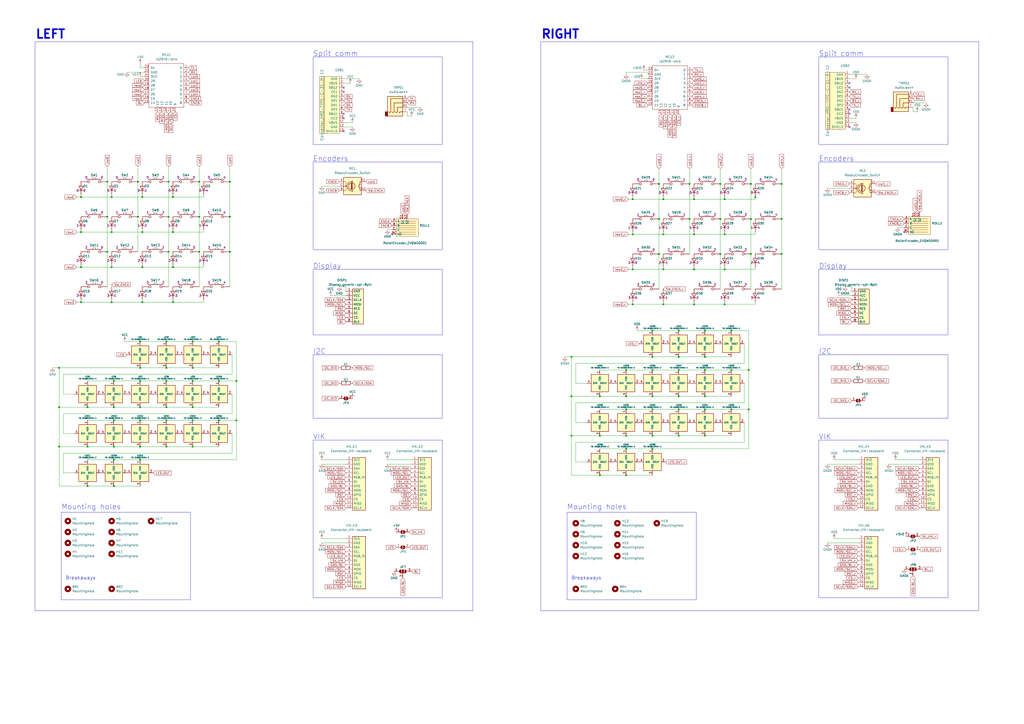
<source format=kicad_sch>
(kicad_sch (version 20230121) (generator eeschema)
  (paper "A2")
  (junction (at 80.01 125.73))
  (junction (at 64.77 154.94))
  (junction (at 378.46 252.73))
  (junction (at 424.18 191.77))
  (junction (at 66.04 281.94))
  (junction (at 64.77 175.26))
  (junction (at 82.55 154.94))
  (junction (at 400.05 127))
  (junction (at 100.33 114.3))
  (junction (at 378.46 237.49))
  (junction (at 435.61 147.32))
  (junction (at 50.8 236.22))
  (junction (at 82.55 114.3))
  (junction (at 367.03 115.57))
  (junction (at 402.59 115.57))
  (junction (at 420.37 156.21))
  (junction (at 384.81 176.53))
  (junction (at 382.27 127))
  (junction (at 384.81 115.57))
  (junction (at 82.55 134.62))
  (junction (at 402.59 156.21))
  (junction (at 331.47 229.87))
  (junction (at 417.83 127))
  (junction (at 82.55 175.26))
  (junction (at 378.46 191.77))
  (junction (at 80.01 105.41))
  (junction (at 402.59 176.53))
  (junction (at 66.04 243.84))
  (junction (at 453.39 127))
  (junction (at 137.16 220.98))
  (junction (at 363.22 237.49))
  (junction (at 46.99 154.94))
  (junction (at 347.98 275.59))
  (junction (at 420.37 176.53))
  (junction (at 382.27 147.32))
  (junction (at 66.04 266.7))
  (junction (at 66.04 220.98))
  (junction (at 435.61 106.68))
  (junction (at 402.59 135.89))
  (junction (at 393.7 191.77))
  (junction (at 434.34 214.63))
  (junction (at 62.23 105.41))
  (junction (at 420.37 115.57))
  (junction (at 115.57 125.73))
  (junction (at 424.18 214.63))
  (junction (at 96.52 220.98))
  (junction (at 46.99 114.3))
  (junction (at 424.18 237.49))
  (junction (at 62.23 146.05))
  (junction (at 111.76 236.22))
  (junction (at 367.03 156.21))
  (junction (at 408.94 214.63))
  (junction (at 62.23 125.73))
  (junction (at 111.76 213.36))
  (junction (at 363.22 229.87))
  (junction (at 384.81 156.21))
  (junction (at 111.76 220.98))
  (junction (at 96.52 259.08))
  (junction (at 347.98 229.87))
  (junction (at 384.81 135.89))
  (junction (at 133.35 105.41))
  (junction (at 435.61 127))
  (junction (at 331.47 252.73))
  (junction (at 81.28 243.84))
  (junction (at 34.29 213.36))
  (junction (at 378.46 207.01))
  (junction (at 111.76 198.12))
  (junction (at 133.35 146.05))
  (junction (at 137.16 243.84))
  (junction (at 81.28 259.08))
  (junction (at 420.37 135.89))
  (junction (at 64.77 134.62))
  (junction (at 408.94 237.49))
  (junction (at 367.03 176.53))
  (junction (at 34.29 236.22))
  (junction (at 453.39 147.32))
  (junction (at 100.33 134.62))
  (junction (at 393.7 229.87))
  (junction (at 393.7 252.73))
  (junction (at 393.7 237.49))
  (junction (at 434.34 237.49))
  (junction (at 100.33 154.94))
  (junction (at 417.83 147.32))
  (junction (at 115.57 146.05))
  (junction (at 363.22 252.73))
  (junction (at 127 243.84))
  (junction (at 363.22 214.63))
  (junction (at 363.22 260.35))
  (junction (at 96.52 243.84))
  (junction (at 378.46 260.35))
  (junction (at 393.7 214.63))
  (junction (at 96.52 198.12))
  (junction (at 46.99 175.26))
  (junction (at 438.15 114.3))
  (junction (at 97.79 146.05))
  (junction (at 453.39 106.68))
  (junction (at 100.33 175.26))
  (junction (at 347.98 252.73))
  (junction (at 400.05 106.68))
  (junction (at 363.22 275.59))
  (junction (at 408.94 229.87))
  (junction (at 66.04 259.08))
  (junction (at 97.79 105.41))
  (junction (at 81.28 236.22))
  (junction (at 96.52 236.22))
  (junction (at 127 220.98))
  (junction (at 378.46 214.63))
  (junction (at 408.94 252.73))
  (junction (at 417.83 106.68))
  (junction (at 50.8 259.08))
  (junction (at 50.8 281.94))
  (junction (at 81.28 266.7))
  (junction (at 111.76 243.84))
  (junction (at 34.29 259.08))
  (junction (at 127 198.12))
  (junction (at 111.76 259.08))
  (junction (at 81.28 220.98))
  (junction (at 378.46 229.87))
  (junction (at 64.77 114.3))
  (junction (at 331.47 207.01))
  (junction (at 115.57 105.41))
  (junction (at 393.7 207.01))
  (junction (at 46.99 134.62))
  (junction (at 66.04 236.22))
  (junction (at 408.94 191.77))
  (junction (at 367.03 135.89))
  (junction (at 382.27 106.68))
  (junction (at 97.79 125.73))
  (junction (at 81.28 213.36))
  (junction (at 81.28 198.12))
  (junction (at 96.52 213.36))
  (junction (at 408.94 207.01))
  (junction (at 133.35 125.73))
  (no_connect (at 199.39 50.8))
  (no_connect (at 227.33 135.89))
  (no_connect (at 492.76 66.04))
  (no_connect (at 199.39 68.58))
  (no_connect (at 199.39 53.34))
  (no_connect (at 492.76 63.5))
  (no_connect (at 199.39 76.2))
  (no_connect (at 492.76 48.26))
  (no_connect (at 199.39 66.04))
  (no_connect (at 492.76 50.8))
  (no_connect (at 524.51 134.62))
  (no_connect (at 492.76 73.66))
  (wire (pts (xy 97.79 125.73) (xy 97.79 146.05)))
  (wire (pts (xy 36.83 274.32) (xy 43.18 274.32)))
  (wire (pts (xy 378.46 214.63) (xy 393.7 214.63)))
  (wire (pts (xy 402.59 176.53) (xy 420.37 176.53)))
  (wire (pts (xy 331.47 252.73) (xy 347.98 252.73)))
  (wire (pts (xy 367.03 176.53) (xy 384.81 176.53)))
  (wire (pts (xy 199.39 48.26) (xy 203.2 48.26)))
  (wire (pts (xy 347.98 229.87) (xy 363.22 229.87)))
  (wire (pts (xy 36.83 251.46) (xy 43.18 251.46)))
  (wire (pts (xy 334.01 267.97) (xy 340.36 267.97)))
  (wire (pts (xy 438.15 113.03) (xy 438.15 114.3)))
  (wire (pts (xy 378.46 252.73) (xy 393.7 252.73)))
  (wire (pts (xy 115.57 125.73) (xy 115.57 146.05)))
  (wire (pts (xy 62.23 96.52) (xy 62.23 105.41)))
  (wire (pts (xy 363.22 260.35) (xy 378.46 260.35)))
  (wire (pts (xy 44.45 154.94) (xy 46.99 154.94)))
  (wire (pts (xy 34.29 259.08) (xy 50.8 259.08)))
  (wire (pts (xy 50.8 220.98) (xy 66.04 220.98)))
  (wire (pts (xy 80.01 105.41) (xy 80.01 125.73)))
  (wire (pts (xy 46.99 114.3) (xy 64.77 114.3)))
  (wire (pts (xy 66.04 236.22) (xy 81.28 236.22)))
  (wire (pts (xy 400.05 106.68) (xy 400.05 127)))
  (wire (pts (xy 402.59 154.94) (xy 402.59 156.21)))
  (wire (pts (xy 331.47 275.59) (xy 347.98 275.59)))
  (wire (pts (xy 408.94 214.63) (xy 424.18 214.63)))
  (wire (pts (xy 44.45 175.26) (xy 46.99 175.26)))
  (wire (pts (xy 36.83 228.6) (xy 36.83 217.17)))
  (wire (pts (xy 81.28 236.22) (xy 96.52 236.22)))
  (wire (pts (xy 81.28 44.45) (xy 83.82 44.45)))
  (wire (pts (xy 424.18 214.63) (xy 434.34 214.63)))
  (wire (pts (xy 36.83 240.03) (xy 36.83 251.46)))
  (wire (pts (xy 64.77 153.67) (xy 64.77 154.94)))
  (wire (pts (xy 50.8 236.22) (xy 66.04 236.22)))
  (wire (pts (xy 111.76 220.98) (xy 127 220.98)))
  (wire (pts (xy 382.27 147.32) (xy 382.27 167.64)))
  (wire (pts (xy 378.46 229.87) (xy 393.7 229.87)))
  (wire (pts (xy 64.77 113.03) (xy 64.77 114.3)))
  (wire (pts (xy 64.77 165.1) (xy 64.77 166.37)))
  (wire (pts (xy 96.52 243.84) (xy 111.76 243.84)))
  (wire (pts (xy 402.59 156.21) (xy 420.37 156.21)))
  (wire (pts (xy 384.81 114.3) (xy 384.81 115.57)))
  (wire (pts (xy 34.29 259.08) (xy 34.29 281.94)))
  (wire (pts (xy 331.47 207.01) (xy 331.47 229.87)))
  (wire (pts (xy 224.79 269.24) (xy 238.76 269.24)))
  (wire (pts (xy 483.87 312.42) (xy 497.84 312.42)))
  (wire (pts (xy 378.46 191.77) (xy 393.7 191.77)))
  (wire (pts (xy 82.55 154.94) (xy 100.33 154.94)))
  (wire (pts (xy 199.39 71.12) (xy 204.47 71.12)))
  (wire (pts (xy 118.11 153.67) (xy 118.11 154.94)))
  (wire (pts (xy 66.04 220.98) (xy 81.28 220.98)))
  (wire (pts (xy 372.11 45.72) (xy 375.92 45.72)))
  (wire (pts (xy 417.83 127) (xy 417.83 147.32)))
  (wire (pts (xy 364.49 135.89) (xy 367.03 135.89)))
  (wire (pts (xy 134.62 251.46) (xy 134.62 262.89)))
  (wire (pts (xy 186.69 314.96) (xy 200.66 314.96)))
  (wire (pts (xy 133.35 146.05) (xy 133.35 166.37)))
  (wire (pts (xy 44.45 114.3) (xy 46.99 114.3)))
  (wire (pts (xy 393.7 214.63) (xy 408.94 214.63)))
  (wire (pts (xy 453.39 106.68) (xy 453.39 127)))
  (wire (pts (xy 363.22 41.91) (xy 375.92 41.91)))
  (wire (pts (xy 115.57 146.05) (xy 115.57 166.37)))
  (wire (pts (xy 118.11 173.99) (xy 118.11 175.26)))
  (wire (pts (xy 435.61 127) (xy 435.61 147.32)))
  (wire (pts (xy 46.99 154.94) (xy 64.77 154.94)))
  (wire (pts (xy 50.8 281.94) (xy 66.04 281.94)))
  (wire (pts (xy 34.29 281.94) (xy 50.8 281.94)))
  (wire (pts (xy 402.59 115.57) (xy 420.37 115.57)))
  (wire (pts (xy 367.03 115.57) (xy 384.81 115.57)))
  (wire (pts (xy 100.33 114.3) (xy 118.11 114.3)))
  (wire (pts (xy 62.23 146.05) (xy 62.23 166.37)))
  (wire (pts (xy 486.41 171.45) (xy 494.03 171.45)))
  (wire (pts (xy 435.61 147.32) (xy 435.61 167.64)))
  (wire (pts (xy 480.06 269.24) (xy 497.84 269.24)))
  (wire (pts (xy 186.69 269.24) (xy 200.66 269.24)))
  (wire (pts (xy 408.94 237.49) (xy 424.18 237.49)))
  (wire (pts (xy 334.01 245.11) (xy 340.36 245.11)))
  (wire (pts (xy 393.7 229.87) (xy 408.94 229.87)))
  (wire (pts (xy 46.99 134.62) (xy 64.77 134.62)))
  (wire (pts (xy 196.85 107.95) (xy 186.69 107.95)))
  (wire (pts (xy 36.83 240.03) (xy 134.62 240.03)))
  (wire (pts (xy 82.55 113.03) (xy 82.55 114.3)))
  (wire (pts (xy 347.98 252.73) (xy 363.22 252.73)))
  (wire (pts (xy 393.7 252.73) (xy 408.94 252.73)))
  (wire (pts (xy 331.47 229.87) (xy 331.47 252.73)))
  (wire (pts (xy 80.01 96.52) (xy 80.01 105.41)))
  (wire (pts (xy 44.45 134.62) (xy 46.99 134.62)))
  (wire (pts (xy 438.15 154.94) (xy 438.15 156.21)))
  (wire (pts (xy 424.18 191.77) (xy 434.34 191.77)))
  (wire (pts (xy 46.99 113.03) (xy 46.99 114.3)))
  (wire (pts (xy 408.94 207.01) (xy 424.18 207.01)))
  (wire (pts (xy 46.99 153.67) (xy 46.99 154.94)))
  (wire (pts (xy 200.66 166.37) (xy 200.66 168.91)))
  (wire (pts (xy 453.39 97.79) (xy 453.39 106.68)))
  (wire (pts (xy 434.34 214.63) (xy 434.34 191.77)))
  (wire (pts (xy 529.59 64.77) (xy 532.13 64.77)))
  (wire (pts (xy 417.83 147.32) (xy 417.83 167.64)))
  (wire (pts (xy 327.66 207.01) (xy 331.47 207.01)))
  (wire (pts (xy 137.16 266.7) (xy 137.16 243.84)))
  (wire (pts (xy 46.99 173.99) (xy 46.99 175.26)))
  (wire (pts (xy 199.39 73.66) (xy 204.47 73.66)))
  (wire (pts (xy 367.03 175.26) (xy 367.03 176.53)))
  (wire (pts (xy 420.37 134.62) (xy 420.37 135.89)))
  (wire (pts (xy 438.15 114.3) (xy 438.15 115.57)))
  (wire (pts (xy 384.81 175.26) (xy 384.81 176.53)))
  (wire (pts (xy 494.03 166.37) (xy 494.03 168.91)))
  (wire (pts (xy 118.11 133.35) (xy 118.11 134.62)))
  (wire (pts (xy 431.8 199.39) (xy 431.8 210.82)))
  (wire (pts (xy 82.55 133.35) (xy 82.55 134.62)))
  (wire (pts (xy 97.79 105.41) (xy 97.79 125.73)))
  (wire (pts (xy 97.79 96.52) (xy 97.79 105.41)))
  (wire (pts (xy 382.27 97.79) (xy 382.27 106.68)))
  (wire (pts (xy 492.76 71.12) (xy 496.57 71.12)))
  (wire (pts (xy 331.47 207.01) (xy 378.46 207.01)))
  (wire (pts (xy 420.37 176.53) (xy 438.15 176.53)))
  (wire (pts (xy 408.94 191.77) (xy 424.18 191.77)))
  (wire (pts (xy 96.52 220.98) (xy 111.76 220.98)))
  (wire (pts (xy 50.8 259.08) (xy 66.04 259.08)))
  (wire (pts (xy 438.15 175.26) (xy 438.15 176.53)))
  (wire (pts (xy 115.57 96.52) (xy 115.57 105.41)))
  (wire (pts (xy 384.81 156.21) (xy 402.59 156.21)))
  (wire (pts (xy 50.8 266.7) (xy 66.04 266.7)))
  (wire (pts (xy 367.03 135.89) (xy 384.81 135.89)))
  (wire (pts (xy 367.03 114.3) (xy 367.03 115.57)))
  (wire (pts (xy 73.66 41.91) (xy 83.82 41.91)))
  (wire (pts (xy 97.79 146.05) (xy 97.79 166.37)))
  (wire (pts (xy 62.23 125.73) (xy 62.23 146.05)))
  (wire (pts (xy 72.39 198.12) (xy 81.28 198.12)))
  (wire (pts (xy 64.77 133.35) (xy 64.77 134.62)))
  (wire (pts (xy 363.22 252.73) (xy 378.46 252.73)))
  (wire (pts (xy 483.87 266.7) (xy 497.84 266.7)))
  (wire (pts (xy 81.28 220.98) (xy 96.52 220.98)))
  (wire (pts (xy 420.37 156.21) (xy 438.15 156.21)))
  (wire (pts (xy 420.37 114.3) (xy 420.37 115.57)))
  (wire (pts (xy 34.29 236.22) (xy 50.8 236.22)))
  (wire (pts (xy 373.38 40.64) (xy 375.92 40.64)))
  (wire (pts (xy 408.94 252.73) (xy 424.18 252.73)))
  (wire (pts (xy 435.61 97.79) (xy 435.61 106.68)))
  (wire (pts (xy 378.46 260.35) (xy 434.34 260.35)))
  (wire (pts (xy 492.76 45.72) (xy 496.57 45.72)))
  (wire (pts (xy 127 220.98) (xy 137.16 220.98)))
  (wire (pts (xy 364.49 176.53) (xy 367.03 176.53)))
  (wire (pts (xy 81.28 243.84) (xy 96.52 243.84)))
  (wire (pts (xy 111.76 213.36) (xy 127 213.36)))
  (wire (pts (xy 133.35 125.73) (xy 133.35 146.05)))
  (wire (pts (xy 82.55 114.3) (xy 100.33 114.3)))
  (wire (pts (xy 81.28 36.83) (xy 81.28 39.37)))
  (wire (pts (xy 382.27 127) (xy 382.27 147.32)))
  (wire (pts (xy 334.01 233.68) (xy 431.8 233.68)))
  (wire (pts (xy 402.59 114.3) (xy 402.59 115.57)))
  (wire (pts (xy 334.01 267.97) (xy 334.01 256.54)))
  (wire (pts (xy 384.81 134.62) (xy 384.81 135.89)))
  (wire (pts (xy 420.37 175.26) (xy 420.37 176.53)))
  (wire (pts (xy 334.01 210.82) (xy 431.8 210.82)))
  (wire (pts (xy 363.22 214.63) (xy 378.46 214.63)))
  (wire (pts (xy 66.04 259.08) (xy 81.28 259.08)))
  (wire (pts (xy 80.01 125.73) (xy 80.01 146.05)))
  (wire (pts (xy 363.22 237.49) (xy 378.46 237.49)))
  (wire (pts (xy 82.55 153.67) (xy 82.55 154.94)))
  (wire (pts (xy 420.37 154.94) (xy 420.37 156.21)))
  (wire (pts (xy 492.76 109.22) (xy 480.06 109.22)))
  (wire (pts (xy 453.39 147.32) (xy 453.39 167.64)))
  (wire (pts (xy 382.27 106.68) (xy 382.27 127)))
  (wire (pts (xy 347.98 275.59) (xy 363.22 275.59)))
  (wire (pts (xy 402.59 134.62) (xy 402.59 135.89)))
  (wire (pts (xy 66.04 266.7) (xy 81.28 266.7)))
  (wire (pts (xy 100.33 175.26) (xy 118.11 175.26)))
  (wire (pts (xy 81.28 266.7) (xy 137.16 266.7)))
  (wire (pts (xy 424.18 237.49) (xy 434.34 237.49)))
  (wire (pts (xy 111.76 259.08) (xy 127 259.08)))
  (wire (pts (xy 400.05 127) (xy 400.05 147.32)))
  (wire (pts (xy 62.23 105.41) (xy 62.23 125.73)))
  (wire (pts (xy 384.81 135.89) (xy 402.59 135.89)))
  (wire (pts (xy 34.29 213.36) (xy 81.28 213.36)))
  (wire (pts (xy 236.22 62.23) (xy 243.84 62.23)))
  (wire (pts (xy 118.11 113.03) (xy 118.11 114.3)))
  (wire (pts (xy 100.33 134.62) (xy 118.11 134.62)))
  (wire (pts (xy 347.98 214.63) (xy 363.22 214.63)))
  (wire (pts (xy 96.52 198.12) (xy 111.76 198.12)))
  (wire (pts (xy 66.04 243.84) (xy 81.28 243.84)))
  (wire (pts (xy 363.22 41.91) (xy 363.22 43.18)))
  (wire (pts (xy 134.62 228.6) (xy 134.62 240.03)))
  (wire (pts (xy 384.81 115.57) (xy 402.59 115.57)))
  (wire (pts (xy 453.39 127) (xy 453.39 147.32)))
  (wire (pts (xy 100.33 173.99) (xy 100.33 175.26)))
  (wire (pts (xy 34.29 213.36) (xy 34.29 236.22)))
  (wire (pts (xy 82.55 173.99) (xy 82.55 175.26)))
  (wire (pts (xy 137.16 243.84) (xy 137.16 220.98)))
  (wire (pts (xy 36.83 274.32) (xy 36.83 262.89)))
  (wire (pts (xy 100.33 153.67) (xy 100.33 154.94)))
  (wire (pts (xy 375.92 41.91) (xy 375.92 43.18)))
  (wire (pts (xy 133.35 96.52) (xy 133.35 105.41)))
  (wire (pts (xy 378.46 207.01) (xy 393.7 207.01)))
  (wire (pts (xy 515.62 269.24) (xy 533.4 269.24)))
  (wire (pts (xy 384.81 154.94) (xy 384.81 156.21)))
  (wire (pts (xy 520.7 132.08) (xy 524.51 132.08)))
  (wire (pts (xy 82.55 175.26) (xy 100.33 175.26)))
  (wire (pts (xy 46.99 175.26) (xy 64.77 175.26)))
  (wire (pts (xy 186.69 266.7) (xy 200.66 266.7)))
  (wire (pts (xy 529.59 59.69) (xy 537.21 59.69)))
  (wire (pts (xy 134.62 205.74) (xy 134.62 217.17)))
  (wire (pts (xy 64.77 154.94) (xy 82.55 154.94)))
  (wire (pts (xy 111.76 198.12) (xy 127 198.12)))
  (wire (pts (xy 81.28 213.36) (xy 96.52 213.36)))
  (wire (pts (xy 36.83 228.6) (xy 43.18 228.6)))
  (wire (pts (xy 367.03 156.21) (xy 384.81 156.21)))
  (wire (pts (xy 334.01 233.68) (xy 334.01 245.11)))
  (wire (pts (xy 224.79 266.7) (xy 238.76 266.7)))
  (wire (pts (xy 64.77 114.3) (xy 82.55 114.3)))
  (wire (pts (xy 378.46 237.49) (xy 393.7 237.49)))
  (wire (pts (xy 236.22 64.77) (xy 236.22 67.31)))
  (wire (pts (xy 50.8 243.84) (xy 66.04 243.84)))
  (wire (pts (xy 417.83 97.79) (xy 417.83 106.68)))
  (wire (pts (xy 393.7 207.01) (xy 408.94 207.01)))
  (wire (pts (xy 236.22 67.31) (xy 238.76 67.31)))
  (wire (pts (xy 186.69 312.42) (xy 200.66 312.42)))
  (wire (pts (xy 64.77 175.26) (xy 82.55 175.26)))
  (wire (pts (xy 46.99 133.35) (xy 46.99 134.62)))
  (wire (pts (xy 402.59 175.26) (xy 402.59 176.53)))
  (wire (pts (xy 434.34 237.49) (xy 434.34 214.63)))
  (wire (pts (xy 334.01 222.25) (xy 340.36 222.25)))
  (wire (pts (xy 111.76 236.22) (xy 127 236.22)))
  (wire (pts (xy 196.85 166.37) (xy 200.66 166.37)))
  (wire (pts (xy 100.33 154.94) (xy 118.11 154.94)))
  (wire (pts (xy 347.98 260.35) (xy 363.22 260.35)))
  (wire (pts (xy 115.57 105.41) (xy 115.57 125.73)))
  (wire (pts (xy 30.48 213.36) (xy 34.29 213.36)))
  (wire (pts (xy 408.94 229.87) (xy 424.18 229.87)))
  (wire (pts (xy 363.22 275.59) (xy 378.46 275.59)))
  (wire (pts (xy 137.16 220.98) (xy 137.16 198.12)))
  (wire (pts (xy 100.33 113.03) (xy 100.33 114.3)))
  (wire (pts (xy 64.77 134.62) (xy 82.55 134.62)))
  (wire (pts (xy 402.59 135.89) (xy 420.37 135.89)))
  (wire (pts (xy 480.06 314.96) (xy 497.84 314.96)))
  (wire (pts (xy 492.76 68.58) (xy 496.57 68.58)))
  (wire (pts (xy 191.77 171.45) (xy 200.66 171.45)))
  (wire (pts (xy 96.52 213.36) (xy 111.76 213.36)))
  (wire (pts (xy 224.79 133.35) (xy 227.33 133.35)))
  (wire (pts (xy 435.61 106.68) (xy 435.61 127)))
  (wire (pts (xy 384.81 176.53) (xy 402.59 176.53)))
  (wire (pts (xy 431.8 222.25) (xy 431.8 233.68)))
  (wire (pts (xy 133.35 105.41) (xy 133.35 125.73)))
  (wire (pts (xy 96.52 236.22) (xy 111.76 236.22)))
  (wire (pts (xy 334.01 256.54) (xy 431.8 256.54)))
  (wire (pts (xy 81.28 259.08) (xy 96.52 259.08)))
  (wire (pts (xy 127 198.12) (xy 137.16 198.12)))
  (wire (pts (xy 331.47 252.73) (xy 331.47 275.59)))
  (wire (pts (xy 100.33 133.35) (xy 100.33 134.62)))
  (wire (pts (xy 363.22 229.87) (xy 378.46 229.87)))
  (wire (pts (xy 420.37 115.57) (xy 438.15 115.57)))
  (wire (pts (xy 431.8 245.11) (xy 431.8 256.54)))
  (wire (pts (xy 417.83 106.68) (xy 417.83 127)))
  (wire (pts (xy 82.55 134.62) (xy 100.33 134.62)))
  (wire (pts (xy 400.05 97.79) (xy 400.05 106.68)))
  (wire (pts (xy 369.57 191.77) (xy 378.46 191.77)))
  (wire (pts (xy 34.29 236.22) (xy 34.29 259.08)))
  (wire (pts (xy 127 243.84) (xy 137.16 243.84)))
  (wire (pts (xy 66.04 281.94) (xy 81.28 281.94)))
  (wire (pts (xy 64.77 173.99) (xy 64.77 175.26)))
  (wire (pts (xy 334.01 222.25) (xy 334.01 210.82)))
  (wire (pts (xy 529.59 62.23) (xy 529.59 64.77)))
  (wire (pts (xy 367.03 134.62) (xy 367.03 135.89)))
  (wire (pts (xy 393.7 237.49) (xy 408.94 237.49)))
  (wire (pts (xy 96.52 259.08) (xy 111.76 259.08)))
  (wire (pts (xy 367.03 154.94) (xy 367.03 156.21)))
  (wire (pts (xy 492.76 43.18) (xy 502.92 43.18)))
  (wire (pts (xy 364.49 115.57) (xy 367.03 115.57)))
  (wire (pts (xy 36.83 217.17) (xy 134.62 217.17)))
  (wire (pts (xy 199.39 45.72) (xy 208.28 45.72)))
  (wire (pts (xy 490.22 166.37) (xy 494.03 166.37)))
  (wire (pts (xy 111.76 243.84) (xy 127 243.84)))
  (wire (pts (xy 83.82 39.37) (xy 81.28 39.37)))
  (wire (pts (xy 81.28 198.12) (xy 96.52 198.12)))
  (wire (pts (xy 438.15 134.62) (xy 438.15 135.89)))
  (wire (pts (xy 420.37 135.89) (xy 438.15 135.89)))
  (wire (pts (xy 519.43 266.7) (xy 533.4 266.7)))
  (wire (pts (xy 36.83 262.89) (xy 134.62 262.89)))
  (wire (pts (xy 347.98 237.49) (xy 363.22 237.49)))
  (wire (pts (xy 331.47 229.87) (xy 347.98 229.87)))
  (wire (pts (xy 393.7 191.77) (xy 408.94 191.77)))
  (wire (pts (xy 364.49 156.21) (xy 367.03 156.21)))
  (wire (pts (xy 434.34 260.35) (xy 434.34 237.49)))
  (rectangle (start 181.61 205.74) (end 256.54 242.57))
  (rectangle (start 181.61 93.98) (end 256.54 144.78))
  (rectangle (start 313.69 24.13) (end 567.69 354.33))
  (rectangle (start 181.61 33.02) (end 256.54 83.82))
  (rectangle (start 474.98 205.74) (end 549.91 242.57))
  (rectangle (start 181.61 156.21) (end 256.54 194.31))
  (rectangle (start 474.98 255.27) (end 549.91 346.71))
  (rectangle (start 181.61 255.27) (end 256.54 346.71))
  (rectangle (start 474.98 33.02) (end 549.91 83.82))
  (rectangle (start 35.56 297.18) (end 110.49 347.98))
  (rectangle (start 20.32 24.13) (end 274.32 354.33))
  (rectangle (start 474.98 156.21) (end 549.91 194.31))
  (rectangle (start 328.93 297.18) (end 403.86 347.98))
  (rectangle (start 474.98 93.98) (end 549.91 144.78))
  (text "I2C" (at 181.61 205.74 0) (effects (font (size 3 3)) (justify left bottom)))
  (text "Breakaways" (at 38.1 336.55 0) (effects (font (size 2 2)) (justify left bottom)))
  (text "I2C" (at 474.98 205.74 0) (effects (font (size 3 3)) (justify left bottom)))
  (text "VIK" (at 181.61 255.27 0) (effects (font (size 3 3)) (justify left bottom)))
  (text "VIK" (at 474.98 255.27 0) (effects (font (size 3 3)) (justify left bottom)))
  (text "Encoders" (at 181.61 93.98 0) (effects (font (size 3 3)) (justify left bottom)))
  (text "Breakaways" (at 331.47 336.55 0) (effects (font (size 2 2)) (justify left bottom)))
  (text "Split comm" (at 181.61 33.02 0) (effects (font (size 3 3)) (justify left bottom)))
  (text "Split comm" (at 474.98 33.02 0) (effects (font (size 3 3)) (justify left bottom)))
  (text "Display" (at 181.61 156.21 0) (effects (font (size 3 3)) (justify left bottom)))
  (text "LEFT" (at 20.32 22.86 0) (effects (font (size 5 5) (thickness 1) bold) (justify left bottom)))
  (text "RIGHT" (at 313.69 22.86 0) (effects (font (size 5 5) (thickness 1) bold) (justify left bottom)))
  (text "Display" (at 474.98 156.21 0) (effects (font (size 3 3)) (justify left bottom)))
  (text "Mounting holes" (at 328.93 295.91 0) (effects (font (size 3 3)) (justify left bottom)))
  (text "Mounting holes" (at 35.56 295.91 0) (effects (font (size 3 3)) (justify left bottom)))
  (text "Encoders" (at 474.98 93.98 0) (effects (font (size 3 3)) (justify left bottom)))
  (global_label "SCLK{slash}SDA_r" (shape input) (at 497.84 294.64 180) (property "Intersheetrefs" "${INTERSHEET_REFS}" (effects hide)))
  (global_label "col3" (shape input) (at 115.57 96.52 90) (property "Intersheetrefs" "${INTERSHEET_REFS}" (effects hide)))
  (global_label "GND{slash}BL" (shape input) (at 233.68 335.28 270) (property "Intersheetrefs" "${INTERSHEET_REFS}" (effects hide)))
  (global_label "5V_VIK" (shape input) (at 200.66 325.12 180) (property "Intersheetrefs" "${INTERSHEET_REFS}" (effects hide)))
  (global_label "RST_r" (shape input) (at 494.03 179.07 180) (property "Intersheetrefs" "${INTERSHEET_REFS}" (effects hide)))
  (global_label "SCLK{slash}SDA" (shape input) (at 200.66 317.5 180) (property "Intersheetrefs" "${INTERSHEET_REFS}" (effects hide)))
  (global_label "CS_r" (shape input) (at 497.84 335.28 180) (property "Intersheetrefs" "${INTERSHEET_REFS}" (effects hide)))
  (global_label "row2" (shape input) (at 44.45 154.94 180) (property "Intersheetrefs" "${INTERSHEET_REFS}" (effects hide)))
  (global_label "LED" (shape input) (at 73.66 205.74 180) (property "Intersheetrefs" "${INTERSHEET_REFS}" (effects hide)))
  (global_label "RX_r" (shape input) (at 401.32 43.18 0) (property "Intersheetrefs" "${INTERSHEET_REFS}" (effects hide)))
  (global_label "TX_r" (shape input) (at 401.32 40.64 0) (property "Intersheetrefs" "${INTERSHEET_REFS}" (effects hide)))
  (global_label "MOSI{slash}SCL" (shape input) (at 200.66 284.48 180) (property "Intersheetrefs" "${INTERSHEET_REFS}" (effects hide)))
  (global_label "SCLK{slash}SDA" (shape input) (at 204.47 222.25 0) (property "Intersheetrefs" "${INTERSHEET_REFS}" (effects hide)))
  (global_label "RX" (shape input) (at 199.39 60.96 0) (property "Intersheetrefs" "${INTERSHEET_REFS}" (effects hide)))
  (global_label "col1_r" (shape input) (at 508 106.68 0) (property "Intersheetrefs" "${INTERSHEET_REFS}" (effects hide)))
  (global_label "col4_r" (shape input) (at 453.39 97.79 90) (property "Intersheetrefs" "${INTERSHEET_REFS}" (effects hide)))
  (global_label "col0_r" (shape input) (at 382.27 97.79 90) (property "Intersheetrefs" "${INTERSHEET_REFS}" (effects hide)))
  (global_label "CS_r" (shape input) (at 393.7 66.04 270) (property "Intersheetrefs" "${INTERSHEET_REFS}" (effects hide)))
  (global_label "GND{slash}BL_r" (shape input) (at 497.84 281.94 180) (property "Intersheetrefs" "${INTERSHEET_REFS}" (effects hide)))
  (global_label "ENCA_r" (shape input) (at 492.76 106.68 180) (property "Intersheetrefs" "${INTERSHEET_REFS}" (effects hide)))
  (global_label "row3_r" (shape input) (at 364.49 176.53 180) (property "Intersheetrefs" "${INTERSHEET_REFS}" (effects hide)))
  (global_label "row1" (shape input) (at 44.45 134.62 180) (property "Intersheetrefs" "${INTERSHEET_REFS}" (effects hide)))
  (global_label "col1_r" (shape input) (at 400.05 97.79 90) (property "Intersheetrefs" "${INTERSHEET_REFS}" (effects hide)))
  (global_label "RX_r" (shape input) (at 529.59 57.15 0) (property "Intersheetrefs" "${INTERSHEET_REFS}" (effects hide)))
  (global_label "GND{slash}BL" (shape input) (at 200.66 327.66 180) (property "Intersheetrefs" "${INTERSHEET_REFS}" (effects hide)))
  (global_label "BL" (shape input) (at 200.66 186.69 180) (property "Intersheetrefs" "${INTERSHEET_REFS}" (effects hide)))
  (global_label "RST" (shape input) (at 200.66 332.74 180) (property "Intersheetrefs" "${INTERSHEET_REFS}" (effects hide)))
  (global_label "LED_OUT" (shape input) (at 88.9 274.32 0) (property "Intersheetrefs" "${INTERSHEET_REFS}" (effects hide)))
  (global_label "RST_r" (shape input) (at 533.4 287.02 180) (property "Intersheetrefs" "${INTERSHEET_REFS}" (effects hide)))
  (global_label "MOSI{slash}SCL_r" (shape input) (at 388.62 66.04 270) (property "Intersheetrefs" "${INTERSHEET_REFS}" (effects hide)))
  (global_label "LED_OUT" (shape input) (at 237.49 317.5 0) (property "Intersheetrefs" "${INTERSHEET_REFS}" (effects hide)))
  (global_label "GND{slash}BL" (shape input) (at 200.66 281.94 180) (property "Intersheetrefs" "${INTERSHEET_REFS}" (effects hide)))
  (global_label "MOSI{slash}SCL_r" (shape input) (at 497.84 320.04 180) (property "Intersheetrefs" "${INTERSHEET_REFS}" (effects hide)))
  (global_label "col3_r" (shape input) (at 401.32 53.34 0) (property "Intersheetrefs" "${INTERSHEET_REFS}" (effects hide)))
  (global_label "RST" (shape input) (at 238.76 287.02 180) (property "Intersheetrefs" "${INTERSHEET_REFS}" (effects hide)))
  (global_label "col2" (shape input) (at 97.79 96.52 90) (property "Intersheetrefs" "${INTERSHEET_REFS}" (effects hide)))
  (global_label "MISO_r" (shape input) (at 386.08 66.04 270) (property "Intersheetrefs" "${INTERSHEET_REFS}" (effects hide)))
  (global_label "col2" (shape input) (at 109.22 49.53 0) (property "Intersheetrefs" "${INTERSHEET_REFS}" (effects hide)))
  (global_label "LED_OUT_r" (shape input) (at 497.84 322.58 180) (property "Intersheetrefs" "${INTERSHEET_REFS}" (effects hide)))
  (global_label "CS" (shape input) (at 238.76 289.56 180) (property "Intersheetrefs" "${INTERSHEET_REFS}" (effects hide)))
  (global_label "MOSI{slash}SCL" (shape input) (at 238.76 274.32 180) (property "Intersheetrefs" "${INTERSHEET_REFS}" (effects hide)))
  (global_label "5V_VIK" (shape input) (at 200.66 279.4 180) (property "Intersheetrefs" "${INTERSHEET_REFS}" (effects hide)))
  (global_label "LED_OUT" (shape input) (at 238.76 276.86 180) (property "Intersheetrefs" "${INTERSHEET_REFS}" (effects hide)))
  (global_label "CS" (shape input) (at 101.6 64.77 270) (property "Intersheetrefs" "${INTERSHEET_REFS}" (effects hide)))
  (global_label "SCLK{slash}SDA" (shape input) (at 200.66 340.36 180) (property "Intersheetrefs" "${INTERSHEET_REFS}" (effects hide)))
  (global_label "RST_r" (shape input) (at 497.84 287.02 180) (property "Intersheetrefs" "${INTERSHEET_REFS}" (effects hide)))
  (global_label "RX_r" (shape input) (at 492.76 53.34 0) (property "Intersheetrefs" "${INTERSHEET_REFS}" (effects hide)))
  (global_label "LED_OUT" (shape input) (at 200.66 322.58 180) (property "Intersheetrefs" "${INTERSHEET_REFS}" (effects hide)))
  (global_label "LED_OUT" (shape input) (at 200.66 276.86 180) (property "Intersheetrefs" "${INTERSHEET_REFS}" (effects hide)))
  (global_label "SW_ENCA_r" (shape input) (at 508 111.76 0) (property "Intersheetrefs" "${INTERSHEET_REFS}" (effects hide)))
  (global_label "MISO" (shape input) (at 93.98 64.77 270) (property "Intersheetrefs" "${INTERSHEET_REFS}" (effects hide)))
  (global_label "CS" (shape input) (at 200.66 184.15 180) (property "Intersheetrefs" "${INTERSHEET_REFS}" (effects hide)))
  (global_label "SW_ENCA_r" (shape input) (at 533.4 123.19 90) (property "Intersheetrefs" "${INTERSHEET_REFS}" (effects hide)))
  (global_label "SCLK{slash}SDA_r" (shape input) (at 494.03 173.99 180) (property "Intersheetrefs" "${INTERSHEET_REFS}" (effects hide)))
  (global_label "ENCA" (shape input) (at 196.85 105.41 180) (property "Intersheetrefs" "${INTERSHEET_REFS}" (effects hide)))
  (global_label "col3" (shape input) (at 109.22 52.07 0) (property "Intersheetrefs" "${INTERSHEET_REFS}" (effects hide)))
  (global_label "TX" (shape input) (at 199.39 58.42 0) (property "Intersheetrefs" "${INTERSHEET_REFS}" (effects hide)))
  (global_label "row0" (shape input) (at 83.82 49.53 180) (property "Intersheetrefs" "${INTERSHEET_REFS}" (effects hide)))
  (global_label "SCLK{slash}SDA" (shape input) (at 200.66 294.64 180) (property "Intersheetrefs" "${INTERSHEET_REFS}" (effects hide)))
  (global_label "row2_r" (shape input) (at 364.49 156.21 180) (property "Intersheetrefs" "${INTERSHEET_REFS}" (effects hide)))
  (global_label "I2C_3V3_r" (shape input) (at 494.03 213.36 180) (property "Intersheetrefs" "${INTERSHEET_REFS}" (effects hide)))
  (global_label "row0_r" (shape input) (at 364.49 115.57 180) (property "Intersheetrefs" "${INTERSHEET_REFS}" (effects hide)))
  (global_label "row3" (shape input) (at 83.82 57.15 180) (property "Intersheetrefs" "${INTERSHEET_REFS}" (effects hide)))
  (global_label "col1" (shape input) (at 109.22 46.99 0) (property "Intersheetrefs" "${INTERSHEET_REFS}" (effects hide)))
  (global_label "GND{slash}BL" (shape input) (at 238.76 281.94 180) (property "Intersheetrefs" "${INTERSHEET_REFS}" (effects hide)))
  (global_label "row0" (shape input) (at 44.45 114.3 180) (property "Intersheetrefs" "${INTERSHEET_REFS}" (effects hide)))
  (global_label "RST" (shape input) (at 200.66 179.07 180) (property "Intersheetrefs" "${INTERSHEET_REFS}" (effects hide)))
  (global_label "MISO" (shape input) (at 200.66 181.61 180) (property "Intersheetrefs" "${INTERSHEET_REFS}" (effects hide)))
  (global_label "SW_ENCA" (shape input) (at 212.09 110.49 0) (property "Intersheetrefs" "${INTERSHEET_REFS}" (effects hide)))
  (global_label "BL_r" (shape input) (at 534.67 330.2 0) (property "Intersheetrefs" "${INTERSHEET_REFS}" (effects hide)))
  (global_label "LED_OUT_r" (shape input) (at 533.4 318.77 0) (property "Intersheetrefs" "${INTERSHEET_REFS}" (effects hide)))
  (global_label "MOSI{slash}SCL_r" (shape input) (at 497.84 284.48 180) (property "Intersheetrefs" "${INTERSHEET_REFS}" (effects hide)))
  (global_label "col0" (shape input) (at 62.23 96.52 90) (property "Intersheetrefs" "${INTERSHEET_REFS}" (effects hide)))
  (global_label "row1" (shape input) (at 83.82 52.07 180) (property "Intersheetrefs" "${INTERSHEET_REFS}" (effects hide)))
  (global_label "col1" (shape input) (at 80.01 96.52 90) (property "Intersheetrefs" "${INTERSHEET_REFS}" (effects hide)))
  (global_label "MOSI{slash}SCL" (shape input) (at 204.47 213.36 0) (property "Intersheetrefs" "${INTERSHEET_REFS}" (effects hide)))
  (global_label "SCLK{slash}SDA_r" (shape input) (at 497.84 271.78 180) (property "Intersheetrefs" "${INTERSHEET_REFS}" (effects hide)))
  (global_label "MOSI{slash}SCL_r" (shape input) (at 497.84 274.32 180) (property "Intersheetrefs" "${INTERSHEET_REFS}" (effects hide)))
  (global_label "RST" (shape input) (at 91.44 64.77 270) (property "Intersheetrefs" "${INTERSHEET_REFS}" (effects hide)))
  (global_label "SCLK{slash}SDA_r" (shape input) (at 533.4 271.78 180) (property "Intersheetrefs" "${INTERSHEET_REFS}" (effects hide)))
  (global_label "MOSI{slash}SCL" (shape input) (at 200.66 320.04 180) (property "Intersheetrefs" "${INTERSHEET_REFS}" (effects hide)))
  (global_label "CS" (shape input) (at 200.66 289.56 180) (property "Intersheetrefs" "${INTERSHEET_REFS}" (effects hide)))
  (global_label "ENCB_r" (shape input) (at 492.76 111.76 180) (property "Intersheetrefs" "${INTERSHEET_REFS}" (effects hide)))
  (global_label "5V_VIK_r" (shape input) (at 497.84 325.12 180) (property "Intersheetrefs" "${INTERSHEET_REFS}" (effects hide)))
  (global_label "5V_VIK_r" (shape input) (at 533.4 311.15 0) (property "Intersheetrefs" "${INTERSHEET_REFS}" (effects hide)))
  (global_label "LED" (shape input) (at 229.87 317.5 180) (property "Intersheetrefs" "${INTERSHEET_REFS}" (effects hide)))
  (global_label "I2C_3V3_r" (shape input) (at 494.03 220.98 180) (property "Intersheetrefs" "${INTERSHEET_REFS}" (effects hide)))
  (global_label "SCLK{slash}SDA_r" (shape input) (at 497.84 340.36 180) (property "Intersheetrefs" "${INTERSHEET_REFS}" (effects hide)))
  (global_label "MISO" (shape input) (at 200.66 292.1 180) (property "Intersheetrefs" "${INTERSHEET_REFS}" (effects hide)))
  (global_label "SCLK{slash}SDA" (shape input) (at 238.76 271.78 180) (property "Intersheetrefs" "${INTERSHEET_REFS}" (effects hide)))
  (global_label "SCLK{slash}SDA" (shape input) (at 200.66 173.99 180) (property "Intersheetrefs" "${INTERSHEET_REFS}" (effects hide)))
  (global_label "ENCB" (shape input) (at 196.85 110.49 180) (property "Intersheetrefs" "${INTERSHEET_REFS}" (effects hide)))
  (global_label "MOSI{slash}SCL" (shape input) (at 200.66 176.53 180) (property "Intersheetrefs" "${INTERSHEET_REFS}" (effects hide)))
  (global_label "MOSI{slash}SCL" (shape input) (at 96.52 64.77 270) (property "Intersheetrefs" "${INTERSHEET_REFS}" (effects hide)))
  (global_label "MISO_r" (shape input) (at 533.4 292.1 180) (property "Intersheetrefs" "${INTERSHEET_REFS}" (effects hide)))
  (global_label "GND{slash}BL_r" (shape input) (at 529.59 334.01 270) (property "Intersheetrefs" "${INTERSHEET_REFS}" (effects hide)))
  (global_label "5V_VIK_r" (shape input) (at 497.84 279.4 180) (property "Intersheetrefs" "${INTERSHEET_REFS}" (effects hide)))
  (global_label "row2_r" (shape input) (at 375.92 55.88 180) (property "Intersheetrefs" "${INTERSHEET_REFS}" (effects hide)))
  (global_label "LED_OUT_r" (shape input) (at 386.08 267.97 0) (property "Intersheetrefs" "${INTERSHEET_REFS}" (effects hide)))
  (global_label "ENCA_r" (shape input) (at 524.51 127 180) (property "Intersheetrefs" "${INTERSHEET_REFS}" (effects hide)))
  (global_label "col1" (shape input) (at 212.09 105.41 0) (property "Intersheetrefs" "${INTERSHEET_REFS}" (effects hide)))
  (global_label "MOSI{slash}SCL_r" (shape input) (at 501.65 213.36 0) (property "Intersheetrefs" "${INTERSHEET_REFS}" (effects hide)))
  (global_label "RX" (shape input) (at 109.22 41.91 0) (property "Intersheetrefs" "${INTERSHEET_REFS}" (effects hide)))
  (global_label "GND{slash}BL_r" (shape input) (at 497.84 327.66 180) (property "Intersheetrefs" "${INTERSHEET_REFS}" (effects hide)))
  (global_label "SCLK{slash}SDA" (shape input) (at 99.06 64.77 270) (property "Intersheetrefs" "${INTERSHEET_REFS}" (effects hide)))
  (global_label "I2C_3V3" (shape input) (at 196.85 213.36 180) (property "Intersheetrefs" "${INTERSHEET_REFS}" (effects hide)))
  (global_label "RX" (shape input) (at 236.22 59.69 0) (property "Intersheetrefs" "${INTERSHEET_REFS}" (effects hide)))
  (global_label "LED_r" (shape input) (at 375.92 48.26 180) (property "Intersheetrefs" "${INTERSHEET_REFS}" (effects hide)))
  (global_label "RX" (shape input) (at 199.39 55.88 0) (property "Intersheetrefs" "${INTERSHEET_REFS}" (effects hide)))
  (global_label "I2C_3V3" (shape input) (at 196.85 222.25 180) (property "Intersheetrefs" "${INTERSHEET_REFS}" (effects hide)))
  (global_label "row0_r" (shape input) (at 375.92 50.8 180) (property "Intersheetrefs" "${INTERSHEET_REFS}" (effects hide)))
  (global_label "CS_r" (shape input) (at 533.4 289.56 180) (property "Intersheetrefs" "${INTERSHEET_REFS}" (effects hide)))
  (global_label "ENCA" (shape input) (at 227.33 128.27 180) (property "Intersheetrefs" "${INTERSHEET_REFS}" (effects hide)))
  (global_label "LED_r" (shape input) (at 370.84 199.39 180) (property "Intersheetrefs" "${INTERSHEET_REFS}" (effects hide)))
  (global_label "RST" (shape input) (at 200.66 287.02 180) (property "Intersheetrefs" "${INTERSHEET_REFS}" (effects hide)))
  (global_label "MISO" (shape input) (at 238.76 292.1 180) (property "Intersheetrefs" "${INTERSHEET_REFS}" (effects hide)))
  (global_label "ENCB_r" (shape input) (at 524.51 129.54 180) (property "Intersheetrefs" "${INTERSHEET_REFS}" (effects hide)))
  (global_label "GND{slash}BL_r" (shape input) (at 533.4 281.94 180) (property "Intersheetrefs" "${INTERSHEET_REFS}" (effects hide)))
  (global_label "SCLK{slash}SDA" (shape input) (at 238.76 294.64 180) (property "Intersheetrefs" "${INTERSHEET_REFS}" (effects hide)))
  (global_label "ENCA" (shape input) (at 109.22 57.15 0) (property "Intersheetrefs" "${INTERSHEET_REFS}" (effects hide)))
  (global_label "I2C_3V3" (shape input) (at 196.85 231.14 180) (property "Intersheetrefs" "${INTERSHEET_REFS}" (effects hide)))
  (global_label "row2" (shape input) (at 83.82 54.61 180) (property "Intersheetrefs" "${INTERSHEET_REFS}" (effects hide)))
  (global_label "MOSI{slash}SCL_r" (shape input) (at 497.84 330.2 180) (property "Intersheetrefs" "${INTERSHEET_REFS}" (effects hide)))
  (global_label "col1_r" (shape input) (at 530.86 123.19 90) (property "Intersheetrefs" "${INTERSHEET_REFS}" (effects hide)))
  (global_label "TX_r" (shape input) (at 492.76 60.96 0) (property "Intersheetrefs" "${INTERSHEET_REFS}" (effects hide)))
  (global_label "SW_ENCA" (shape input) (at 236.22 124.46 90) (property "Intersheetrefs" "${INTERSHEET_REFS}" (effects hide)))
  (global_label "row1_r" (shape input) (at 375.92 53.34 180) (property "Intersheetrefs" "${INTERSHEET_REFS}" (effects hide)))
  (global_label "col4_r" (shape input) (at 401.32 55.88 0) (property "Intersheetrefs" "${INTERSHEET_REFS}" (effects hide)))
  (global_label "MOSI{slash}SCL" (shape input) (at 238.76 284.48 180) (property "Intersheetrefs" "${INTERSHEET_REFS}" (effects hide)))
  (global_label "col1" (shape input) (at 233.68 124.46 90) (property "Intersheetrefs" "${INTERSHEET_REFS}" (effects hide)))
  (global_label "SW_ENCA_r" (shape input) (at 384.81 167.64 0) (property "Intersheetrefs" "${INTERSHEET_REFS}" (effects hide)))
  (global_label "MOSI{slash}SCL" (shape input) (at 200.66 274.32 180) (property "Intersheetrefs" "${INTERSHEET_REFS}" (effects hide)))
  (global_label "ENCB" (shape input) (at 109.22 59.69 0) (property "Intersheetrefs" "${INTERSHEET_REFS}" (effects hide)))
  (global_label "col4" (shape input) (at 109.22 54.61 0) (property "Intersheetrefs" "${INTERSHEET_REFS}" (effects hide)))
  (global_label "I2C_3V3_r" (shape input) (at 494.03 232.41 180) (property "Intersheetrefs" "${INTERSHEET_REFS}" (effects hide)))
  (global_label "BL" (shape input) (at 83.82 59.69 180) (property "Intersheetrefs" "${INTERSHEET_REFS}" (effects hide)))
  (global_label "TX_r" (shape input) (at 529.59 54.61 0) (property "Intersheetrefs" "${INTERSHEET_REFS}" (effects hide)))
  (global_label "MISO_r" (shape input) (at 494.03 181.61 180) (property "Intersheetrefs" "${INTERSHEET_REFS}" (effects hide)))
  (global_label "SCLK{slash}SDA" (shape input) (at 200.66 271.78 180) (property "Intersheetrefs" "${INTERSHEET_REFS}" (effects hide)))
  (global_label "row3" (shape input) (at 44.45 175.26 180) (property "Intersheetrefs" "${INTERSHEET_REFS}" (effects hide)))
  (global_label "BL" (shape input) (at 238.76 331.47 0) (property "Intersheetrefs" "${INTERSHEET_REFS}" (effects hide)))
  (global_label "ENCB_r" (shape input) (at 401.32 60.96 0) (property "Intersheetrefs" "${INTERSHEET_REFS}" (effects hide)))
  (global_label "MOSI{slash}SCL_r" (shape input) (at 494.03 176.53 180) (property "Intersheetrefs" "${INTERSHEET_REFS}" (effects hide)))
  (global_label "CS_r" (shape input) (at 494.03 184.15 180) (property "Intersheetrefs" "${INTERSHEET_REFS}" (effects hide)))
  (global_label "SCLK{slash}SDA_r" (shape input) (at 501.65 220.98 0) (property "Intersheetrefs" "${INTERSHEET_REFS}" (effects hide)))
  (global_label "col3_r" (shape input) (at 435.61 97.79 90) (property "Intersheetrefs" "${INTERSHEET_REFS}" (effects hide)))
  (global_label "ENCA_r" (shape input) (at 401.32 58.42 0) (property "Intersheetrefs" "${INTERSHEET_REFS}" (effects hide)))
  (global_label "TX" (shape input) (at 109.22 39.37 0) (property "Intersheetrefs" "${INTERSHEET_REFS}" (effects hide)))
  (global_label "row1_r" (shape input) (at 364.49 135.89 180) (property "Intersheetrefs" "${INTERSHEET_REFS}" (effects hide)))
  (global_label "MISO_r" (shape input) (at 497.84 292.1 180) (property "Intersheetrefs" "${INTERSHEET_REFS}" (effects hide)))
  (global_label "MISO" (shape input) (at 200.66 337.82 180) (property "Intersheetrefs" "${INTERSHEET_REFS}" (effects hide)))
  (global_label "5V_VIK" (shape input) (at 238.76 279.4 180) (property "Intersheetrefs" "${INTERSHEET_REFS}" (effects hide)))
  (global_label "BL_r" (shape input) (at 375.92 60.96 180) (property "Intersheetrefs" "${INTERSHEET_REFS}" (effects hide)))
  (global_label "5V_VIK" (shape input) (at 237.49 308.61 0) (property "Intersheetrefs" "${INTERSHEET_REFS}" (effects hide)))
  (global_label "col2_r" (shape input) (at 417.83 97.79 90) (property "Intersheetrefs" "${INTERSHEET_REFS}" (effects hide)))
  (global_label "RST_r" (shape input) (at 383.54 66.04 270) (property "Intersheetrefs" "${INTERSHEET_REFS}" (effects hide)))
  (global_label "RX_r" (shape input) (at 492.76 58.42 0) (property "Intersheetrefs" "${INTERSHEET_REFS}" (effects hide)))
  (global_label "col4" (shape input) (at 133.35 96.52 90) (property "Intersheetrefs" "${INTERSHEET_REFS}" (effects hide)))
  (global_label "MISO_r" (shape input) (at 497.84 337.82 180) (property "Intersheetrefs" "${INTERSHEET_REFS}" (effects hide)))
  (global_label "TX" (shape input) (at 199.39 63.5 0) (property "Intersheetrefs" "${INTERSHEET_REFS}" (effects hide)))
  (global_label "col1_r" (shape input) (at 401.32 48.26 0) (property "Intersheetrefs" "${INTERSHEET_REFS}" (effects hide)))
  (global_label "row3_r" (shape input) (at 375.92 58.42 180) (property "Intersheetrefs" "${INTERSHEET_REFS}" (effects hide)))
  (global_label "col0_r" (shape input) (at 401.32 45.72 0) (property "Intersheetrefs" "${INTERSHEET_REFS}" (effects hide)))
  (global_label "TX_r" (shape input) (at 492.76 55.88 0) (property "Intersheetrefs" "${INTERSHEET_REFS}" (effects hide)))
  (global_label "LED" (shape input) (at 83.82 46.99 180) (property "Intersheetrefs" "${INTERSHEET_REFS}" (effects hide)))
  (global_label "CS_r" (shape input) (at 497.84 289.56 180) (property "Intersheetrefs" "${INTERSHEET_REFS}" (effects hide)))
  (global_label "CS" (shape input) (at 200.66 335.28 180) (property "Intersheetrefs" "${INTERSHEET_REFS}" (effects hide)))
  (global_label "5V_VIK_r" (shape input) (at 533.4 279.4 180) (property "Intersheetrefs" "${INTERSHEET_REFS}" (effects hide)))
  (global_label "LED_OUT_r" (shape input) (at 497.84 276.86 180) (property "Intersheetrefs" "${INTERSHEET_REFS}" (effects hide)))
  (global_label "TX" (shape input) (at 236.22 57.15 0) (property "Intersheetrefs" "${INTERSHEET_REFS}" (effects hide)))
  (global_label "MOSI{slash}SCL_r" (shape input) (at 533.4 274.32 180) (property "Intersheetrefs" "${INTERSHEET_REFS}" (effects hide)))
  (global_label "SCLK{slash}SDA_r" (shape input) (at 533.4 294.64 180) (property "Intersheetrefs" "${INTERSHEET_REFS}" (effects hide)))
  (global_label "SCLK{slash}SDA_r" (shape input) (at 497.84 317.5 180) (property "Intersheetrefs" "${INTERSHEET_REFS}" (effects hide)))
  (global_label "RST_r" (shape input) (at 497.84 332.74 180) (property "Intersheetrefs" "${INTERSHEET_REFS}" (effects hide)))
  (global_label "MOSI{slash}SCL" (shape input) (at 200.66 330.2 180) (property "Intersheetrefs" "${INTERSHEET_REFS}" (effects hide)))
  (global_label "MOSI{slash}SCL_r" (shape input) (at 533.4 284.48 180) (property "Intersheetrefs" "${INTERSHEET_REFS}" (effects hide)))
  (global_label "ENCB" (shape input) (at 227.33 130.81 180) (property "Intersheetrefs" "${INTERSHEET_REFS}" (effects hide)))
  (global_label "SW_ENCA" (shape input) (at 64.77 165.1 0) (property "Intersheetrefs" "${INTERSHEET_REFS}" (effects hide)))
  (global_label "col2_r" (shape input) (at 401.32 50.8 0) (property "Intersheetrefs" "${INTERSHEET_REFS}" (effects hide)))
  (global_label "LED_r" (shape input) (at 525.78 318.77 180) (property "Intersheetrefs" "${INTERSHEET_REFS}" (effects hide)))
  (global_label "SCLK{slash}SDA_r" (shape input) (at 391.16 66.04 270) (property "Intersheetrefs" "${INTERSHEET_REFS}" (effects hide)))
  (global_label "LED_OUT_r" (shape input) (at 533.4 276.86 180) (property "Intersheetrefs" "${INTERSHEET_REFS}" (effects hide)))
  (global_label "BL_r" (shape input) (at 494.03 186.69 180) (property "Intersheetrefs" "${INTERSHEET_REFS}" (effects hide)))
  (global_label "col0" (shape input) (at 109.22 44.45 0) (property "Intersheetrefs" "${INTERSHEET_REFS}" (effects hide)))
  (symbol (lib_id "power:VDD") (at 532.13 64.77 0) (unit 1)
    (property "Reference" "#PWR013" (effects hide))
    (property "Value" "VDD" (at 532.13 60.96 0))
  )
  (symbol (lib_id "power:VCC") (at 186.69 266.7 0) (unit 1)
    (property "Reference" "#PWR033" (effects hide))
    (property "Value" "VCC" (at 186.69 262.89 0))
  )
  (symbol (lib_id "Jumper:SolderJumper_2_Open") (at 529.59 318.77 0) (unit 1)
    (property "Reference" "JP6" (at 529.59 321.31 0))
    (property "Value" "SolderJumper_2_Open" (effects hide))
    (property "Footprint" "Jumper:SolderJumper-2_P1.3mm_Open_RoundedPad1.0x1.5mm" (effects hide))
  )
  (symbol (lib_id "zzkeeb:LED_SK6812MINI-E") (at 363.22 222.25 0) (unit 1)
    (property "Reference" "LED25" (at 363.22 212.09 0) (effects (font (size 0.7366 0.7366))))
    (property "Value" "YS-SK6812MINI-E" (at 363.22 213.36 0) (effects (font (size 0.7366 0.7366))))
    (property "Footprint" "zzkeeb:LED_SK6812-MINI-E" (effects hide))
  )
  (symbol (lib_id "zzkeeb:Switch") (at 410.21 127 0) (unit 1)
    (property "Reference" "SW27" (at 410.21 123.19 0))
    (property "Value" "Switch" (effects hide))
    (property "Footprint" "zzkeeb:Switch_MXKS-hotswap-south" (effects hide))
    (property "row" "1" (at 406.4 124.46 0) (effects (justify right)))
    (property "col" "2" (at 414.02 124.46 0) (effects (justify left)))
  )
  (symbol (lib_id "power:GNDA") (at 524.51 330.2 0) (unit 1)
    (property "Reference" "#PWR031" (effects hide))
    (property "Value" "GNDA" (at 524.51 334.01 0))
  )
  (symbol (lib_id "zzkeeb:Connector_HRO-TYPE-C-31-M-12") (at 196.85 59.69 0) (unit 1)
    (property "Reference" "USB1" (at 196.85 40.64 0))
    (property "Value" "Connector_HRO-TYPE-C-31-M-12" (at 186.69 60.96 90) (effects (font (size 1.524 1.524))))
    (property "Footprint" "zzkeeb:Connector_HRO-TYPE-C-31-M-12-data" (effects hide))
  )
  (symbol (lib_id "zzkeeb:MCU_rp2040-zero") (at 388.62 49.53 0) (unit 1)
    (property "Reference" "MCU2" (at 388.62 33.02 0))
    (property "Value" "rp2040-zero" (at 388.62 35.56 0))
    (property "Footprint" "zzkeeb:MCU_rp2040-zero-tht-pads" (effects hide))
  )
  (symbol (lib_id "zzkeeb:Diode") (at 367.03 130.81 0) (unit 1)
    (property "Reference" "D26" (at 368.3 129.54 0) (effects (justify left)))
    (property "Value" "D" (effects hide))
    (property "Footprint" "zzkeeb:Diode_1N4148-SOD123" (effects hide))
    (property "Sim.Device" "D" (effects hide))
    (property "Sim.Pins" "1=K 2=A" (effects hide))
    (property "row" "1" (at 365.76 132.08 0) (effects (justify right)))
    (property "col" "0" (at 368.3 132.08 0) (effects (justify left)))
  )
  (symbol (lib_id "zzkeeb:Diode") (at 402.59 151.13 0) (unit 1)
    (property "Reference" "D33" (at 403.86 149.86 0) (effects (justify left)))
    (property "Value" "D" (effects hide))
    (property "Footprint" "zzkeeb:Diode_1N4148-SOD123" (effects hide))
    (property "Sim.Device" "D" (effects hide))
    (property "Sim.Pins" "1=K 2=A" (effects hide))
    (property "row" "2" (at 401.32 152.4 0) (effects (justify right)))
    (property "col" "2" (at 403.86 152.4 0) (effects (justify left)))
  )
  (symbol (lib_id "power:VCC") (at 191.77 171.45 0) (unit 1)
    (property "Reference" "#PWR09" (effects hide))
    (property "Value" "VCC" (at 191.77 167.64 0))
  )
  (symbol (lib_id "zzkeeb:Switch") (at 427.99 106.68 0) (unit 1)
    (property "Reference" "SW23" (at 427.99 102.87 0))
    (property "Value" "Switch" (effects hide))
    (property "Footprint" "zzkeeb:Switch_MXKS-hotswap-south" (effects hide))
    (property "row" "0" (at 424.18 104.14 0) (effects (justify right)))
    (property "col" "3" (at 431.8 104.14 0) (effects (justify left)))
  )
  (symbol (lib_id "zzkeeb:LED_SK6812MINI-E") (at 378.46 245.11 0) (unit 1)
    (property "Reference" "LED32" (at 378.46 234.95 0) (effects (font (size 0.7366 0.7366))))
    (property "Value" "YS-SK6812MINI-E" (at 378.46 236.22 0) (effects (font (size 0.7366 0.7366))))
    (property "Footprint" "zzkeeb:LED_SK6812-MINI-E" (effects hide))
  )
  (symbol (lib_id "zzkeeb:Switch") (at 445.77 127 0) (unit 1)
    (property "Reference" "SW29" (at 445.77 123.19 0))
    (property "Value" "Switch" (effects hide))
    (property "Footprint" "zzkeeb:Switch_MXKS-hotswap-south" (effects hide))
    (property "row" "1" (at 441.96 124.46 0) (effects (justify right)))
    (property "col" "4" (at 449.58 124.46 0) (effects (justify left)))
  )
  (symbol (lib_id "zzkeeb:Diode") (at 64.77 170.18 0) (unit 1)
    (property "Reference" "D17" (at 66.04 168.91 0) (effects (justify left)))
    (property "Value" "D" (effects hide))
    (property "Footprint" "zzkeeb:Diode_1N4148-SOD123" (effects hide))
    (property "Sim.Device" "D" (effects hide))
    (property "Sim.Pins" "1=K 2=A" (effects hide))
    (property "row" "3" (at 63.5 171.45 0) (effects (justify right)))
    (property "col" "1" (at 66.04 171.45 0) (effects (justify left)))
  )
  (symbol (lib_id "power:GNDA") (at 537.21 59.69 0) (unit 1)
    (property "Reference" "#PWR012" (effects hide))
    (property "Value" "GNDA" (at 537.21 63.5 0))
  )
  (symbol (lib_id "Device:R") (at 497.84 213.36 90) (unit 1)
    (property "Reference" "R3" (at 497.84 211.328 90))
    (property "Value" "R" (at 497.84 213.36 90))
    (property "Footprint" "Resistor_SMD:R_1206_3216Metric" (effects hide))
  )
  (symbol (lib_id "zzkeeb:Diode") (at 118.11 129.54 0) (unit 1)
    (property "Reference" "D10" (at 119.38 128.27 0) (effects (justify left)))
    (property "Value" "D" (effects hide))
    (property "Footprint" "zzkeeb:Diode_1N4148-SOD123" (effects hide))
    (property "Sim.Device" "D" (effects hide))
    (property "Sim.Pins" "1=K 2=A" (effects hide))
    (property "row" "1" (at 116.84 130.81 0) (effects (justify right)))
    (property "col" "4" (at 119.38 130.81 0) (effects (justify left)))
  )
  (symbol (lib_id "zzkeeb:LED_SK6812MINI-E") (at 111.76 251.46 0) (unit 1)
    (property "Reference" "LED15" (at 111.76 241.3 0) (effects (font (size 0.7366 0.7366))))
    (property "Value" "YS-SK6812MINI-E" (at 111.76 242.57 0) (effects (font (size 0.7366 0.7366))))
    (property "Footprint" "zzkeeb:LED_SK6812-MINI-E" (effects hide))
  )
  (symbol (lib_id "power:+5V") (at 229.87 308.61 0) (unit 1)
    (property "Reference" "#PWR011" (effects hide))
    (property "Value" "+5V" (at 229.87 304.8 0))
  )
  (symbol (lib_id "power:GNDA") (at 480.06 109.22 0) (unit 1)
    (property "Reference" "#PWR019" (effects hide))
    (property "Value" "GNDA" (at 480.06 113.03 0))
  )
  (symbol (lib_id "zzkeeb:Diode") (at 402.59 130.81 0) (unit 1)
    (property "Reference" "D28" (at 403.86 129.54 0) (effects (justify left)))
    (property "Value" "D" (effects hide))
    (property "Footprint" "zzkeeb:Diode_1N4148-SOD123" (effects hide))
    (property "Sim.Device" "D" (effects hide))
    (property "Sim.Pins" "1=K 2=A" (effects hide))
    (property "row" "1" (at 401.32 132.08 0) (effects (justify right)))
    (property "col" "2" (at 403.86 132.08 0) (effects (justify left)))
  )
  (symbol (lib_id "zzkeeb:Connector_VIK-keyboard") (at 204.47 327.66 0) (unit 1)
    (property "Reference" "VIK_K3" (at 200.66 304.8 0) (effects (justify left)))
    (property "Value" "Connector_VIK-keyboard" (at 191.77 307.34 0) (effects (justify left)))
    (property "Footprint" "zzkeeb:Connector_VIK-horizontal-keyboard" (effects hide))
  )
  (symbol (lib_id "Mechanical:MountingHole") (at 39.37 314.96 0) (unit 1)
    (property "Reference" "H3" (at 41.91 313.6899 0) (effects (justify left)))
    (property "Value" "MountingHole" (at 41.91 316.2299 0) (effects (justify left)))
    (property "Footprint" "zzkeeb:Hole_M2" (effects hide))
  )
  (symbol (lib_id "zzkeeb:Switch") (at 445.77 106.68 0) (unit 1)
    (property "Reference" "SW24" (at 445.77 102.87 0))
    (property "Value" "Switch" (effects hide))
    (property "Footprint" "zzkeeb:Switch_MXKS-hotswap-south" (effects hide))
    (property "row" "0" (at 441.96 104.14 0) (effects (justify right)))
    (property "col" "4" (at 449.58 104.14 0) (effects (justify left)))
  )
  (symbol (lib_id "zzkeeb:Connector_VIK-keyboard") (at 242.57 281.94 0) (unit 1)
    (property "Reference" "VIK_K2" (at 238.76 259.08 0) (effects (justify left)))
    (property "Value" "Connector_VIK-keyboard" (at 229.87 261.62 0) (effects (justify left)))
    (property "Footprint" "zzkeeb:Connector_VIK-adapter-keyboard" (effects hide))
  )
  (symbol (lib_id "zzkeeb:Diode") (at 46.99 149.86 0) (unit 1)
    (property "Reference" "D11" (at 48.26 148.59 0) (effects (justify left)))
    (property "Value" "D" (effects hide))
    (property "Footprint" "zzkeeb:Diode_1N4148-SOD123" (effects hide))
    (property "Sim.Device" "D" (effects hide))
    (property "Sim.Pins" "1=K 2=A" (effects hide))
    (property "row" "2" (at 45.72 151.13 0) (effects (justify right)))
    (property "col" "0" (at 48.26 151.13 0) (effects (justify left)))
  )
  (symbol (lib_id "power:GND") (at 186.69 107.95 0) (mirror y) (unit 1)
    (property "Reference" "#PWR0101" (effects hide))
    (property "Value" "GND" (at 186.69 111.76 0))
  )
  (symbol (lib_id "zzkeeb:Switch") (at 427.99 127 0) (unit 1)
    (property "Reference" "SW28" (at 427.99 123.19 0))
    (property "Value" "Switch" (effects hide))
    (property "Footprint" "zzkeeb:Switch_MXKS-hotswap-south" (effects hide))
    (property "row" "1" (at 424.18 124.46 0) (effects (justify right)))
    (property "col" "3" (at 431.8 124.46 0) (effects (justify left)))
  )
  (symbol (lib_id "Mechanical:MountingHole") (at 39.37 341.63 0) (unit 1)
    (property "Reference" "BR1" (at 41.91 340.3599 0) (effects (justify left)))
    (property "Value" "MountingHole" (at 41.91 342.8999 0) (effects (justify left)))
    (property "Footprint" "zzkeeb:Hole_Breakaway-Tabs" (effects hide))
  )
  (symbol (lib_id "power:VDD") (at 369.57 191.77 0) (unit 1)
    (property "Reference" "#PWR027" (effects hide))
    (property "Value" "VDD" (at 369.57 187.96 0))
  )
  (symbol (lib_id "zzkeeb:Switch") (at 72.39 146.05 0) (unit 1)
    (property "Reference" "SW12" (at 72.39 142.24 0))
    (property "Value" "Switch" (effects hide))
    (property "Footprint" "zzkeeb:Switch_MXKS-hotswap-south" (effects hide))
    (property "row" "2" (at 68.58 143.51 0) (effects (justify right)))
    (property "col" "1" (at 76.2 143.51 0) (effects (justify left)))
  )
  (symbol (lib_id "zzkeeb:Switch") (at 107.95 125.73 0) (unit 1)
    (property "Reference" "SW9" (at 107.95 121.92 0))
    (property "Value" "Switch" (effects hide))
    (property "Footprint" "zzkeeb:Switch_MXKS-hotswap-south" (effects hide))
    (property "row" "1" (at 104.14 123.19 0) (effects (justify right)))
    (property "col" "3" (at 111.76 123.19 0) (effects (justify left)))
  )
  (symbol (lib_id "power:GND") (at 30.48 213.36 0) (mirror y) (unit 1)
    (property "Reference" "#PWR0109" (effects hide))
    (property "Value" "GND" (at 30.48 217.17 0))
  )
  (symbol (lib_id "power:GND") (at 204.47 73.66 0) (mirror y) (unit 1)
    (property "Reference" "#PWR014" (effects hide))
    (property "Value" "GND" (at 204.47 77.47 0))
  )
  (symbol (lib_id "zzkeeb:MCU_rp2040-zero") (at 96.52 48.26 0) (unit 1)
    (property "Reference" "MCU1" (at 96.52 31.75 0))
    (property "Value" "rp2040-zero" (at 96.52 34.29 0))
    (property "Footprint" "zzkeeb:MCU_rp2040-zero-tht-pads" (effects hide))
  )
  (symbol (lib_id "Mechanical:MountingHole") (at 381 303.53 0) (unit 1)
    (property "Reference" "H19" (at 383.54 302.2599 0) (effects (justify left)))
    (property "Value" "MountingHole" (at 383.54 304.7999 0) (effects (justify left)))
    (property "Footprint" "zzkeeb:Hole_M2" (effects hide))
  )
  (symbol (lib_id "power:GNDA") (at 520.7 132.08 0) (unit 1)
    (property "Reference" "#PWR018" (effects hide))
    (property "Value" "GNDA" (at 520.7 135.89 0))
  )
  (symbol (lib_id "zzkeeb:Diode") (at 100.33 170.18 0) (unit 1)
    (property "Reference" "D19" (at 101.6 168.91 0) (effects (justify left)))
    (property "Value" "D" (effects hide))
    (property "Footprint" "zzkeeb:Diode_1N4148-SOD123" (effects hide))
    (property "Sim.Device" "D" (effects hide))
    (property "Sim.Pins" "1=K 2=A" (effects hide))
    (property "row" "3" (at 99.06 171.45 0) (effects (justify right)))
    (property "col" "3" (at 101.6 171.45 0) (effects (justify left)))
  )
  (symbol (lib_id "Mechanical:MountingHole") (at 358.14 322.58 0) (unit 1)
    (property "Reference" "H16" (at 360.68 321.3099 0) (effects (justify left)))
    (property "Value" "MountingHole" (at 360.68 323.8499 0) (effects (justify left)))
    (property "Footprint" "zzkeeb:Hole_M2" (effects hide))
  )
  (symbol (lib_id "zzkeeb:Switch") (at 90.17 125.73 0) (unit 1)
    (property "Reference" "SW8" (at 90.17 121.92 0))
    (property "Value" "Switch" (effects hide))
    (property "Footprint" "zzkeeb:Switch_MXKS-hotswap-south" (effects hide))
    (property "row" "1" (at 86.36 123.19 0) (effects (justify right)))
    (property "col" "2" (at 93.98 123.19 0) (effects (justify left)))
  )
  (symbol (lib_id "power:VCC") (at 204.47 71.12 0) (unit 1)
    (property "Reference" "#PWR015" (effects hide))
    (property "Value" "VCC" (at 204.47 67.31 0))
  )
  (symbol (lib_id "zzkeeb:Switch") (at 374.65 106.68 0) (unit 1)
    (property "Reference" "SW20" (at 374.65 102.87 0))
    (property "Value" "Switch" (effects hide))
    (property "Footprint" "zzkeeb:Switch_MXKS-hotswap-south" (effects hide))
    (property "row" "0" (at 370.84 104.14 0) (effects (justify right)))
    (property "col" "0" (at 378.46 104.14 0) (effects (justify left)))
  )
  (symbol (lib_id "zzkeeb:LED_SK6812MINI-E") (at 378.46 267.97 0) (unit 1)
    (property "Reference" "LED38" (at 378.46 257.81 0) (effects (font (size 0.7366 0.7366))))
    (property "Value" "YS-SK6812MINI-E" (at 378.46 259.08 0) (effects (font (size 0.7366 0.7366))))
    (property "Footprint" "zzkeeb:LED_SK6812-MINI-E" (effects hide))
  )
  (symbol (lib_id "zzkeeb:LED_SK6812MINI-E") (at 408.94 199.39 0) (unit 1)
    (property "Reference" "LED22" (at 408.94 189.23 0) (effects (font (size 0.7366 0.7366))))
    (property "Value" "YS-SK6812MINI-E" (at 408.94 190.5 0) (effects (font (size 0.7366 0.7366))))
    (property "Footprint" "zzkeeb:LED_SK6812-MINI-E" (effects hide))
  )
  (symbol (lib_id "zzkeeb:Switch") (at 107.95 166.37 0) (unit 1)
    (property "Reference" "SW18" (at 107.95 162.56 0))
    (property "Value" "Switch" (effects hide))
    (property "Footprint" "zzkeeb:Switch_MXKS-hotswap-south" (effects hide))
    (property "row" "3" (at 104.14 163.83 0) (effects (justify right)))
    (property "col" "3" (at 111.76 163.83 0) (effects (justify left)))
  )
  (symbol (lib_id "zzkeeb:Switch") (at 72.39 125.73 0) (unit 1)
    (property "Reference" "SW7" (at 72.39 121.92 0))
    (property "Value" "Switch" (effects hide))
    (property "Footprint" "zzkeeb:Switch_MXKS-hotswap-south" (effects hide))
    (property "row" "1" (at 68.58 123.19 0) (effects (justify right)))
    (property "col" "1" (at 76.2 123.19 0) (effects (justify left)))
  )
  (symbol (lib_id "zzkeeb:Switch") (at 374.65 127 0) (unit 1)
    (property "Reference" "SW25" (at 374.65 123.19 0))
    (property "Value" "Switch" (effects hide))
    (property "Footprint" "zzkeeb:Switch_MXKS-hotswap-south" (effects hide))
    (property "row" "1" (at 370.84 124.46 0) (effects (justify right)))
    (property "col" "0" (at 378.46 124.46 0) (effects (justify left)))
  )
  (symbol (lib_id "Jumper:SolderJumper_2_Open") (at 233.68 317.5 0) (unit 1)
    (property "Reference" "JP5" (at 233.68 320.04 0))
    (property "Value" "SolderJumper_2_Open" (effects hide))
    (property "Footprint" "Jumper:SolderJumper-2_P1.3mm_Open_RoundedPad1.0x1.5mm" (effects hide))
  )
  (symbol (lib_id "zzkeeb:Switch") (at 410.21 147.32 0) (unit 1)
    (property "Reference" "SW32" (at 410.21 143.51 0))
    (property "Value" "Switch" (effects hide))
    (property "Footprint" "zzkeeb:Switch_MXKS-hotswap-south" (effects hide))
    (property "row" "2" (at 406.4 144.78 0) (effects (justify right)))
    (property "col" "2" (at 414.02 144.78 0) (effects (justify left)))
  )
  (symbol (lib_id "Connector_Audio:AudioJack4") (at 524.51 57.15 0) (unit 1)
    (property "Reference" "TRRS2" (at 524.51 48.26 0))
    (property "Value" "AudioJack4" (at 524.51 50.8 0))
    (property "Footprint" "zzkeeb:Connector_TRRS" (effects hide))
  )
  (symbol (lib_id "zzkeeb:Switch") (at 410.21 167.64 0) (unit 1)
    (property "Reference" "SW36" (at 410.21 163.83 0))
    (property "Value" "Switch" (effects hide))
    (property "Footprint" "zzkeeb:Switch_MXKS-hotswap-south" (effects hide))
    (property "row" "3" (at 406.4 165.1 0) (effects (justify right)))
    (property "col" "2" (at 414.02 165.1 0) (effects (justify left)))
  )
  (symbol (lib_id "Jumper:SolderJumper_3_Open") (at 233.68 331.47 0) (unit 1)
    (property "Reference" "JP7" (at 233.68 328.93 0))
    (property "Value" "SolderJumper_3_Open" (effects hide))
    (property "Footprint" "Jumper:SolderJumper-3_P1.3mm_Open_RoundedPad1.0x1.5mm" (effects hide))
  )
  (symbol (lib_id "zzkeeb:Switch") (at 374.65 167.64 0) (unit 1)
    (property "Reference" "SW35" (at 374.65 163.83 0))
    (property "Value" "Switch" (effects hide))
    (property "Footprint" "zzkeeb:Switch_MXKS-hotswap-south" (effects hide))
    (property "row" "3" (at 370.84 165.1 0) (effects (justify right)))
    (property "col" "0" (at 378.46 165.1 0) (effects (justify left)))
  )
  (symbol (lib_id "zzkeeb:LED_SK6812MINI-E") (at 96.52 205.74 0) (unit 1)
    (property "Reference" "LED2" (at 96.52 195.58 0) (effects (font (size 0.7366 0.7366))))
    (property "Value" "YS-SK6812MINI-E" (at 96.52 196.85 0) (effects (font (size 0.7366 0.7366))))
    (property "Footprint" "zzkeeb:LED_SK6812-MINI-E" (effects hide))
  )
  (symbol (lib_id "power:GNDA") (at 480.06 269.24 0) (unit 1)
    (property "Reference" "#PWR023" (effects hide))
    (property "Value" "GNDA" (at 480.06 273.05 0))
  )
  (symbol (lib_id "zzkeeb:LED_SK6812MINI-E") (at 363.22 267.97 0) (unit 1)
    (property "Reference" "LED37" (at 363.22 257.81 0) (effects (font (size 0.7366 0.7366))))
    (property "Value" "YS-SK6812MINI-E" (at 363.22 259.08 0) (effects (font (size 0.7366 0.7366))))
    (property "Footprint" "zzkeeb:LED_SK6812-MINI-E" (effects hide))
  )
  (symbol (lib_id "Mechanical:MountingHole") (at 358.14 303.53 0) (unit 1)
    (property "Reference" "H13" (at 360.68 302.2599 0) (effects (justify left)))
    (property "Value" "MountingHole" (at 360.68 304.7999 0) (effects (justify left)))
    (property "Footprint" "zzkeeb:Hole_M2" (effects hide))
  )
  (symbol (lib_id "Mechanical:MountingHole") (at 39.37 302.26 0) (unit 1)
    (property "Reference" "H1" (at 41.91 300.9899 0) (effects (justify left)))
    (property "Value" "MountingHole" (at 41.91 303.5299 0) (effects (justify left)))
    (property "Footprint" "zzkeeb:Hole_M2" (effects hide))
  )
  (symbol (lib_id "zzkeeb:LED_SK6812MINI-E") (at 408.94 245.11 0) (unit 1)
    (property "Reference" "LED34" (at 408.94 234.95 0) (effects (font (size 0.7366 0.7366))))
    (property "Value" "YS-SK6812MINI-E" (at 408.94 236.22 0) (effects (font (size 0.7366 0.7366))))
    (property "Footprint" "zzkeeb:LED_SK6812-MINI-E" (effects hide))
  )
  (symbol (lib_id "zzkeeb:Diode") (at 384.81 130.81 0) (unit 1)
    (property "Reference" "D27" (at 386.08 129.54 0) (effects (justify left)))
    (property "Value" "D" (effects hide))
    (property "Footprint" "zzkeeb:Diode_1N4148-SOD123" (effects hide))
    (property "Sim.Device" "D" (effects hide))
    (property "Sim.Pins" "1=K 2=A" (effects hide))
    (property "row" "1" (at 383.54 132.08 0) (effects (justify right)))
    (property "col" "1" (at 386.08 132.08 0) (effects (justify left)))
  )
  (symbol (lib_id "zzkeeb:Switch") (at 107.95 146.05 0) (unit 1)
    (property "Reference" "SW14" (at 107.95 142.24 0))
    (property "Value" "Switch" (effects hide))
    (property "Footprint" "zzkeeb:Switch_MXKS-hotswap-south" (effects hide))
    (property "row" "2" (at 104.14 143.51 0) (effects (justify right)))
    (property "col" "3" (at 111.76 143.51 0) (effects (justify left)))
  )
  (symbol (lib_id "zzkeeb:LED_SK6812MINI-E") (at 393.7 199.39 0) (unit 1)
    (property "Reference" "LED21" (at 393.7 189.23 0) (effects (font (size 0.7366 0.7366))))
    (property "Value" "YS-SK6812MINI-E" (at 393.7 190.5 0) (effects (font (size 0.7366 0.7366))))
    (property "Footprint" "zzkeeb:LED_SK6812-MINI-E" (effects hide))
  )
  (symbol (lib_id "zzkeeb:LED_SK6812MINI-E") (at 81.28 274.32 0) (unit 1)
    (property "Reference" "LED19" (at 81.28 264.16 0) (effects (font (size 0.7366 0.7366))))
    (property "Value" "YS-SK6812MINI-E" (at 81.28 265.43 0) (effects (font (size 0.7366 0.7366))))
    (property "Footprint" "zzkeeb:LED_SK6812-MINI-E" (effects hide))
  )
  (symbol (lib_id "zzkeeb:Diode") (at 82.55 129.54 0) (unit 1)
    (property "Reference" "D8" (at 83.82 128.27 0) (effects (justify left)))
    (property "Value" "D" (effects hide))
    (property "Footprint" "zzkeeb:Diode_1N4148-SOD123" (effects hide))
    (property "Sim.Device" "D" (effects hide))
    (property "Sim.Pins" "1=K 2=A" (effects hide))
    (property "row" "1" (at 81.28 130.81 0) (effects (justify right)))
    (property "col" "2" (at 83.82 130.81 0) (effects (justify left)))
  )
  (symbol (lib_id "zzkeeb:Diode") (at 384.81 151.13 0) (unit 1)
    (property "Reference" "D32" (at 386.08 149.86 0) (effects (justify left)))
    (property "Value" "D" (effects hide))
    (property "Footprint" "zzkeeb:Diode_1N4148-SOD123" (effects hide))
    (property "Sim.Device" "D" (effects hide))
    (property "Sim.Pins" "1=K 2=A" (effects hide))
    (property "row" "2" (at 383.54 152.4 0) (effects (justify right)))
    (property "col" "1" (at 386.08 152.4 0) (effects (justify left)))
  )
  (symbol (lib_id "zzkeeb:LED_SK6812MINI-E") (at 347.98 222.25 0) (unit 1)
    (property "Reference" "LED24" (at 347.98 212.09 0) (effects (font (size 0.7366 0.7366))))
    (property "Value" "YS-SK6812MINI-E" (at 347.98 213.36 0) (effects (font (size 0.7366 0.7366))))
    (property "Footprint" "zzkeeb:LED_SK6812-MINI-E" (effects hide))
  )
  (symbol (lib_id "Mechanical:MountingHole") (at 334.01 303.53 0) (unit 1)
    (property "Reference" "H8" (at 336.55 302.2599 0) (effects (justify left)))
    (property "Value" "MountingHole" (at 336.55 304.7999 0) (effects (justify left)))
    (property "Footprint" "zzkeeb:Hole_M2" (effects hide))
  )
  (symbol (lib_id "zzkeeb:Diode") (at 64.77 109.22 0) (unit 1)
    (property "Reference" "D2" (at 66.04 107.95 0) (effects (justify left)))
    (property "Value" "D" (effects hide))
    (property "Footprint" "zzkeeb:Diode_1N4148-SOD123" (effects hide))
    (property "Sim.Device" "D" (effects hide))
    (property "Sim.Pins" "1=K 2=A" (effects hide))
    (property "row" "0" (at 63.5 110.49 0) (effects (justify right)))
    (property "col" "1" (at 66.04 110.49 0) (effects (justify left)))
  )
  (symbol (lib_id "power:GNDA") (at 327.66 207.01 0) (unit 1)
    (property "Reference" "#PWR028" (effects hide))
    (property "Value" "GNDA" (at 327.66 210.82 0))
  )
  (symbol (lib_id "power:VDD") (at 496.57 45.72 0) (unit 1)
    (property "Reference" "#PWR06" (effects hide))
    (property "Value" "VDD" (at 496.57 41.91 0))
  )
  (symbol (lib_id "zzkeeb:Switch") (at 427.99 167.64 0) (unit 1)
    (property "Reference" "SW37" (at 427.99 163.83 0))
    (property "Value" "Switch" (effects hide))
    (property "Footprint" "zzkeeb:Switch_MXKS-hotswap-south" (effects hide))
    (property "row" "3" (at 424.18 165.1 0) (effects (justify right)))
    (property "col" "3" (at 431.8 165.1 0) (effects (justify left)))
  )
  (symbol (lib_id "zzkeeb:Diode") (at 46.99 129.54 0) (unit 1)
    (property "Reference" "D6" (at 48.26 128.27 0) (effects (justify left)))
    (property "Value" "D" (effects hide))
    (property "Footprint" "zzkeeb:Diode_1N4148-SOD123" (effects hide))
    (property "Sim.Device" "D" (effects hide))
    (property "Sim.Pins" "1=K 2=A" (effects hide))
    (property "row" "1" (at 45.72 130.81 0) (effects (justify right)))
    (property "col" "0" (at 48.26 130.81 0) (effects (justify left)))
  )
  (symbol (lib_id "power:GNDA") (at 496.57 71.12 0) (unit 1)
    (property "Reference" "#PWR017" (effects hide))
    (property "Value" "GNDA" (at 496.57 74.93 0))
  )
  (symbol (lib_id "zzkeeb:Diode") (at 118.11 149.86 0) (unit 1)
    (property "Reference" "D15" (at 119.38 148.59 0) (effects (justify left)))
    (property "Value" "D" (effects hide))
    (property "Footprint" "zzkeeb:Diode_1N4148-SOD123" (effects hide))
    (property "Sim.Device" "D" (effects hide))
    (property "Sim.Pins" "1=K 2=A" (effects hide))
    (property "row" "2" (at 116.84 151.13 0) (effects (justify right)))
    (property "col" "4" (at 119.38 151.13 0) (effects (justify left)))
  )
  (symbol (lib_id "power:VCC") (at 81.28 44.45 0) (unit 1)
    (property "Reference" "#PWR05" (effects hide))
    (property "Value" "VCC" (at 78.74 43.18 0))
  )
  (symbol (lib_id "Mechanical:MountingHole") (at 334.01 341.63 0) (unit 1)
    (property "Reference" "BR3" (at 336.55 340.3599 0) (effects (justify left)))
    (property "Value" "MountingHole" (at 336.55 342.8999 0) (effects (justify left)))
    (property "Footprint" "zzkeeb:Hole_Breakaway-Tabs" (effects hide))
  )
  (symbol (lib_id "zzkeeb:Switch") (at 90.17 146.05 0) (unit 1)
    (property "Reference" "SW13" (at 90.17 142.24 0))
    (property "Value" "Switch" (effects hide))
    (property "Footprint" "zzkeeb:Switch_MXKS-hotswap-south" (effects hide))
    (property "row" "2" (at 86.36 143.51 0) (effects (justify right)))
    (property "col" "2" (at 93.98 143.51 0) (effects (justify left)))
  )
  (symbol (lib_id "power:GNDA") (at 502.92 43.18 0) (unit 1)
    (property "Reference" "#PWR04" (effects hide))
    (property "Value" "GNDA" (at 502.92 46.99 0))
  )
  (symbol (lib_id "zzkeeb:Diode") (at 438.15 171.45 0) (unit 1)
    (property "Reference" "D40" (at 439.42 170.18 0) (effects (justify left)))
    (property "Value" "D" (effects hide))
    (property "Footprint" "zzkeeb:Diode_1N4148-SOD123" (effects hide))
    (property "Sim.Device" "D" (effects hide))
    (property "Sim.Pins" "1=K 2=A" (effects hide))
    (property "row" "3" (at 436.88 172.72 0) (effects (justify right)))
    (property "col" "4" (at 439.42 172.72 0) (effects (justify left)))
  )
  (symbol (lib_id "power:GNDA") (at 480.06 314.96 0) (unit 1)
    (property "Reference" "#PWR048" (effects hide))
    (property "Value" "GNDA" (at 480.06 318.77 0))
  )
  (symbol (lib_id "Device:R") (at 200.66 213.36 90) (unit 1)
    (property "Reference" "R1" (at 200.66 211.328 90))
    (property "Value" "R" (at 200.66 213.36 90))
    (property "Footprint" "Resistor_SMD:R_1206_3216Metric" (effects hide))
  )
  (symbol (lib_id "power:VDD") (at 496.57 68.58 0) (unit 1)
    (property "Reference" "#PWR016" (effects hide))
    (property "Value" "VDD" (at 496.57 64.77 0))
  )
  (symbol (lib_id "Device:R") (at 200.66 222.25 90) (unit 1)
    (property "Reference" "R2" (at 200.66 220.218 90))
    (property "Value" "R" (at 200.66 222.25 90))
    (property "Footprint" "Resistor_SMD:R_1206_3216Metric" (effects hide))
  )
  (symbol (lib_id "power:VCC") (at 224.79 266.7 0) (unit 1)
    (property "Reference" "#PWR037" (effects hide))
    (property "Value" "VCC" (at 224.79 262.89 0))
  )
  (symbol (lib_id "zzkeeb:Switch") (at 125.73 166.37 0) (unit 1)
    (property "Reference" "SW19" (at 125.73 162.56 0))
    (property "Value" "Switch" (effects hide))
    (property "Footprint" "zzkeeb:Switch_MXKS-hotswap-south" (effects hide))
    (property "row" "3" (at 121.92 163.83 0) (effects (justify right)))
    (property "col" "4" (at 129.54 163.83 0) (effects (justify left)))
  )
  (symbol (lib_id "zzkeeb:Diode") (at 64.77 149.86 0) (unit 1)
    (property "Reference" "D12" (at 66.04 148.59 0) (effects (justify left)))
    (property "Value" "D" (effects hide))
    (property "Footprint" "zzkeeb:Diode_1N4148-SOD123" (effects hide))
    (property "Sim.Device" "D" (effects hide))
    (property "Sim.Pins" "1=K 2=A" (effects hide))
    (property "row" "2" (at 63.5 151.13 0) (effects (justify right)))
    (property "col" "1" (at 66.04 151.13 0) (effects (justify left)))
  )
  (symbol (lib_id "zzkeeb:RollerEncoder_EVQWGD001") (at 532.13 132.08 0) (unit 1)
    (property "Reference" "ROLL2" (at 543.56 129.54 0))
    (property "Value" "RollerEncoder_EVQWGD001" (at 532.13 139.7 0))
    (property "Footprint" "zzkeeb:RotaryEncoder_EVQWGD001" (effects hide))
  )
  (symbol (lib_id "Mechanical:MountingHole") (at 39.37 308.61 0) (unit 1)
    (property "Reference" "H2" (at 41.91 307.3399 0) (effects (justify left)))
    (property "Value" "MountingHole" (at 41.91 309.8799 0) (effects (justify left)))
    (property "Footprint" "zzkeeb:Hole_M2" (effects hide))
  )
  (symbol (lib_id "zzkeeb:LED_SK6812MINI-E") (at 66.04 251.46 0) (unit 1)
    (property "Reference" "LED12" (at 66.04 241.3 0) (effects (font (size 0.7366 0.7366))))
    (property "Value" "YS-SK6812MINI-E" (at 66.04 242.57 0) (effects (font (size 0.7366 0.7366))))
    (property "Footprint" "zzkeeb:LED_SK6812-MINI-E" (effects hide))
  )
  (symbol (lib_id "power:VCC") (at 72.39 198.12 0) (unit 1)
    (property "Reference" "#PWR025" (effects hide))
    (property "Value" "VCC" (at 72.39 194.31 0))
  )
  (symbol (lib_id "zzkeeb:LED_SK6812MINI-E") (at 393.7 222.25 0) (unit 1)
    (property "Reference" "LED27" (at 393.7 212.09 0) (effects (font (size 0.7366 0.7366))))
    (property "Value" "YS-SK6812MINI-E" (at 393.7 213.36 0) (effects (font (size 0.7366 0.7366))))
    (property "Footprint" "zzkeeb:LED_SK6812-MINI-E" (effects hide))
  )
  (symbol (lib_id "zzkeeb:LED_SK6812MINI-E") (at 96.52 251.46 0) (unit 1)
    (property "Reference" "LED14" (at 96.52 241.3 0) (effects (font (size 0.7366 0.7366))))
    (property "Value" "YS-SK6812MINI-E" (at 96.52 242.57 0) (effects (font (size 0.7366 0.7366))))
    (property "Footprint" "zzkeeb:LED_SK6812-MINI-E" (effects hide))
  )
  (symbol (lib_id "zzkeeb:Diode") (at 82.55 149.86 0) (unit 1)
    (property "Reference" "D13" (at 83.82 148.59 0) (effects (justify left)))
    (property "Value" "D" (effects hide))
    (property "Footprint" "zzkeeb:Diode_1N4148-SOD123" (effects hide))
    (property "Sim.Device" "D" (effects hide))
    (property "Sim.Pins" "1=K 2=A" (effects hide))
    (property "row" "2" (at 81.28 151.13 0) (effects (justify right)))
    (property "col" "2" (at 83.82 151.13 0) (effects (justify left)))
  )
  (symbol (lib_id "zzkeeb:Diode") (at 82.55 109.22 0) (unit 1)
    (property "Reference" "D3" (at 83.82 107.95 0) (effects (justify left)))
    (property "Value" "D" (effects hide))
    (property "Footprint" "zzkeeb:Diode_1N4148-SOD123" (effects hide))
    (property "Sim.Device" "D" (effects hide))
    (property "Sim.Pins" "1=K 2=A" (effects hide))
    (property "row" "0" (at 81.28 110.49 0) (effects (justify right)))
    (property "col" "2" (at 83.82 110.49 0) (effects (justify left)))
  )
  (symbol (lib_id "Mechanical:MountingHole") (at 334.01 309.88 0) (unit 1)
    (property "Reference" "H9" (at 336.55 308.6099 0) (effects (justify left)))
    (property "Value" "MountingHole" (at 336.55 311.1499 0) (effects (justify left)))
    (property "Footprint" "zzkeeb:Hole_M2" (effects hide))
  )
  (symbol (lib_id "zzkeeb:Diode") (at 367.03 151.13 0) (unit 1)
    (property "Reference" "D31" (at 368.3 149.86 0) (effects (justify left)))
    (property "Value" "D" (effects hide))
    (property "Footprint" "zzkeeb:Diode_1N4148-SOD123" (effects hide))
    (property "Sim.Device" "D" (effects hide))
    (property "Sim.Pins" "1=K 2=A" (effects hide))
    (property "row" "2" (at 365.76 152.4 0) (effects (justify right)))
    (property "col" "0" (at 368.3 152.4 0) (effects (justify left)))
  )
  (symbol (lib_id "zzkeeb:Connector_VIK-keyboard") (at 501.65 327.66 0) (unit 1)
    (property "Reference" "VIK_K6" (at 497.84 304.8 0) (effects (justify left)))
    (property "Value" "Connector_VIK-keyboard" (at 488.95 307.34 0) (effects (justify left)))
    (property "Footprint" "zzkeeb:Connector_VIK-horizontal-keyboard" (effects hide))
  )
  (symbol (lib_id "Jumper:SolderJumper_2_Open") (at 200.66 231.14 0) (unit 1)
    (property "Reference" "JP3" (at 200.66 233.68 0))
    (property "Value" "SolderJumper_2_Open" (effects hide))
    (property "Footprint" "Jumper:SolderJumper-2_P1.3mm_Open_RoundedPad1.0x1.5mm" (effects hide))
  )
  (symbol (lib_id "Jumper:SolderJumper_2_Open") (at 497.84 232.41 0) (unit 1)
    (property "Reference" "JP4" (at 497.84 234.95 0))
    (property "Value" "SolderJumper_2_Open" (effects hide))
    (property "Footprint" "Jumper:SolderJumper-2_P1.3mm_Open_RoundedPad1.0x1.5mm" (effects hide))
  )
  (symbol (lib_id "zzkeeb:Switch") (at 392.43 106.68 0) (unit 1)
    (property "Reference" "SW21" (at 392.43 102.87 0))
    (property "Value" "Switch" (effects hide))
    (property "Footprint" "zzkeeb:Switch_MXKS-hotswap-south" (effects hide))
    (property "row" "0" (at 388.62 104.14 0) (effects (justify right)))
    (property "col" "1" (at 396.24 104.14 0) (effects (justify left)))
  )
  (symbol (lib_id "zzkeeb:Diode") (at 384.81 171.45 0) (unit 1)
    (property "Reference" "D37" (at 386.08 170.18 0) (effects (justify left)))
    (property "Value" "D" (effects hide))
    (property "Footprint" "zzkeeb:Diode_1N4148-SOD123" (effects hide))
    (property "Sim.Device" "D" (effects hide))
    (property "Sim.Pins" "1=K 2=A" (effects hide))
    (property "row" "3" (at 383.54 172.72 0) (effects (justify right)))
    (property "col" "1" (at 386.08 172.72 0) (effects (justify left)))
  )
  (symbol (lib_id "Mechanical:MountingHole") (at 64.77 341.63 0) (unit 1)
    (property "Reference" "BR2" (at 67.31 340.3599 0) (effects (justify left)))
    (property "Value" "MountingHole" (at 67.31 342.8999 0) (effects (justify left)))
    (property "Footprint" "zzkeeb:Hole_Breakaway-Tabs" (effects hide))
  )
  (symbol (lib_id "power:GND") (at 186.69 314.96 0) (mirror y) (unit 1)
    (property "Reference" "#PWR041" (effects hide))
    (property "Value" "GND" (at 186.69 318.77 0))
  )
  (symbol (lib_id "power:VCC") (at 203.2 48.26 0) (unit 1)
    (property "Reference" "#PWR01" (effects hide))
    (property "Value" "VCC" (at 203.2 44.45 0))
  )
  (symbol (lib_id "zzkeeb:Switch") (at 54.61 166.37 0) (unit 1)
    (property "Reference" "SW16" (at 54.61 162.56 0))
    (property "Value" "Switch" (effects hide))
    (property "Footprint" "zzkeeb:Switch_MXKS-hotswap-south" (effects hide))
    (property "row" "3" (at 50.8 163.83 0) (effects (justify right)))
    (property "col" "0" (at 58.42 163.83 0) (effects (justify left)))
  )
  (symbol (lib_id "Mechanical:MountingHole") (at 356.87 341.63 0) (unit 1)
    (property "Reference" "BR4" (at 359.41 340.3599 0) (effects (justify left)))
    (property "Value" "MountingHole" (at 359.41 342.8999 0) (effects (justify left)))
    (property "Footprint" "zzkeeb:Hole_Breakaway-Tabs" (effects hide))
  )
  (symbol (lib_id "zzkeeb:Switch") (at 125.73 125.73 0) (unit 1)
    (property "Reference" "SW10" (at 125.73 121.92 0))
    (property "Value" "Switch" (effects hide))
    (property "Footprint" "zzkeeb:Switch_MXKS-hotswap-south" (effects hide))
    (property "row" "1" (at 121.92 123.19 0) (effects (justify right)))
    (property "col" "4" (at 129.54 123.19 0) (effects (justify left)))
  )
  (symbol (lib_id "zzkeeb:Switch") (at 392.43 127 0) (unit 1)
    (property "Reference" "SW26" (at 392.43 123.19 0))
    (property "Value" "Switch" (effects hide))
    (property "Footprint" "zzkeeb:Switch_MXKS-hotswap-south" (effects hide))
    (property "row" "1" (at 388.62 124.46 0) (effects (justify right)))
    (property "col" "1" (at 396.24 124.46 0) (effects (justify left)))
  )
  (symbol (lib_id "zzkeeb:Diode") (at 118.11 109.22 0) (unit 1)
    (property "Reference" "D5" (at 119.38 107.95 0) (effects (justify left)))
    (property "Value" "D" (effects hide))
    (property "Footprint" "zzkeeb:Diode_1N4148-SOD123" (effects hide))
    (property "Sim.Device" "D" (effects hide))
    (property "Sim.Pins" "1=K 2=A" (effects hide))
    (property "row" "0" (at 116.84 110.49 0) (effects (justify right)))
    (property "col" "4" (at 119.38 110.49 0) (effects (justify left)))
  )
  (symbol (lib_id "zzkeeb:Switch") (at 125.73 105.41 0) (unit 1)
    (property "Reference" "SW5" (at 125.73 101.6 0))
    (property "Value" "Switch" (effects hide))
    (property "Footprint" "zzkeeb:Switch_MXKS-hotswap-south" (effects hide))
    (property "row" "0" (at 121.92 102.87 0) (effects (justify right)))
    (property "col" "4" (at 129.54 102.87 0) (effects (justify left)))
  )
  (symbol (lib_id "zzkeeb:LED_SK6812MINI-E") (at 378.46 222.25 0) (unit 1)
    (property "Reference" "LED26" (at 378.46 212.09 0) (effects (font (size 0.7366 0.7366))))
    (property "Value" "YS-SK6812MINI-E" (at 378.46 213.36 0) (effects (font (size 0.7366 0.7366))))
    (property "Footprint" "zzkeeb:LED_SK6812-MINI-E" (effects hide))
  )
  (symbol (lib_id "zzkeeb:LED_SK6812MINI-E") (at 347.98 245.11 0) (unit 1)
    (property "Reference" "LED30" (at 347.98 234.95 0) (effects (font (size 0.7366 0.7366))))
    (property "Value" "YS-SK6812MINI-E" (at 347.98 236.22 0) (effects (font (size 0.7366 0.7366))))
    (property "Footprint" "zzkeeb:LED_SK6812-MINI-E" (effects hide))
  )
  (symbol (lib_id "power:GNDA") (at 515.62 269.24 0) (unit 1)
    (property "Reference" "#PWR022" (effects hide))
    (property "Value" "GNDA" (at 515.62 273.05 0))
  )
  (symbol (lib_id "zzkeeb:Switch") (at 445.77 147.32 0) (unit 1)
    (property "Reference" "SW34" (at 445.77 143.51 0))
    (property "Value" "Switch" (effects hide))
    (property "Footprint" "zzkeeb:Switch_MXKS-hotswap-south" (effects hide))
    (property "row" "2" (at 441.96 144.78 0) (effects (justify right)))
    (property "col" "4" (at 449.58 144.78 0) (effects (justify left)))
  )
  (symbol (lib_id "power:GND") (at 224.79 133.35 0) (mirror y) (unit 1)
    (property "Reference" "#PWR0105" (effects hide))
    (property "Value" "GND" (at 224.79 137.16 0))
  )
  (symbol (lib_id "power:GND") (at 224.79 269.24 0) (mirror y) (unit 1)
    (property "Reference" "#PWR038" (effects hide))
    (property "Value" "GND" (at 224.79 273.05 0))
  )
  (symbol (lib_id "zzkeeb:LED_SK6812MINI-E") (at 378.46 199.39 0) (unit 1)
    (property "Reference" "LED20" (at 378.46 189.23 0) (effects (font (size 0.7366 0.7366))))
    (property "Value" "YS-SK6812MINI-E" (at 378.46 190.5 0) (effects (font (size 0.7366 0.7366))))
    (property "Footprint" "zzkeeb:LED_SK6812-MINI-E" (effects hide))
  )
  (symbol (lib_id "zzkeeb:LED_SK6812MINI-E") (at 50.8 228.6 0) (unit 1)
    (property "Reference" "LED5" (at 50.8 218.44 0) (effects (font (size 0.7366 0.7366))))
    (property "Value" "YS-SK6812MINI-E" (at 50.8 219.71 0) (effects (font (size 0.7366 0.7366))))
    (property "Footprint" "zzkeeb:LED_SK6812-MINI-E" (effects hide))
  )
  (symbol (lib_id "power:VCC") (at 186.69 312.42 0) (unit 1)
    (property "Reference" "#PWR040" (effects hide))
    (property "Value" "VCC" (at 186.69 308.61 0))
  )
  (symbol (lib_id "power:GNDA") (at 363.22 43.18 0) (unit 1)
    (property "Reference" "#PWR07" (effects hide))
    (property "Value" "GNDA" (at 363.22 46.99 0))
  )
  (symbol (lib_id "zzkeeb:RollerEncoder_EVQWGD001") (at 234.95 133.35 0) (unit 1)
    (property "Reference" "ROLL1" (at 246.38 130.81 0))
    (property "Value" "RollerEncoder_EVQWGD001" (at 234.95 140.97 0))
    (property "Footprint" "zzkeeb:RotaryEncoder_EVQWGD001" (effects hide))
  )
  (symbol (lib_id "Jumper:SolderJumper_2_Open") (at 233.68 308.61 0) (unit 1)
    (property "Reference" "JP1" (at 233.68 311.15 0))
    (property "Value" "SolderJumper_2_Open" (effects hide))
    (property "Footprint" "Jumper:SolderJumper-2_P1.3mm_Open_RoundedPad1.0x1.5mm" (effects hide))
  )
  (symbol (lib_id "zzkeeb:Diode") (at 100.33 149.86 0) (unit 1)
    (property "Reference" "D14" (at 101.6 148.59 0) (effects (justify left)))
    (property "Value" "D" (effects hide))
    (property "Footprint" "zzkeeb:Diode_1N4148-SOD123" (effects hide))
    (property "Sim.Device" "D" (effects hide))
    (property "Sim.Pins" "1=K 2=A" (effects hide))
    (property "row" "2" (at 99.06 151.13 0) (effects (justify right)))
    (property "col" "3" (at 101.6 151.13 0) (effects (justify left)))
  )
  (symbol (lib_id "zzkeeb:Switch") (at 410.21 106.68 0) (unit 1)
    (property "Reference" "SW22" (at 410.21 102.87 0))
    (property "Value" "Switch" (effects hide))
    (property "Footprint" "zzkeeb:Switch_MXKS-hotswap-south" (effects hide))
    (property "row" "0" (at 406.4 104.14 0) (effects (justify right)))
    (property "col" "2" (at 414.02 104.14 0) (effects (justify left)))
  )
  (symbol (lib_id "Device:RotaryEncoder_Switch") (at 500.38 109.22 0) (unit 1)
    (property "Reference" "RE2" (at 500.38 99.06 0))
    (property "Value" "RotaryEncoder_Switch" (at 500.38 101.6 0))
    (property "Footprint" "zzkeeb:RotaryEncoder_EC11" (effects hide))
  )
  (symbol (lib_id "zzkeeb:Diode") (at 118.11 170.18 0) (unit 1)
    (property "Reference" "D20" (at 119.38 168.91 0) (effects (justify left)))
    (property "Value" "D" (effects hide))
    (property "Footprint" "zzkeeb:Diode_1N4148-SOD123" (effects hide))
    (property "Sim.Device" "D" (effects hide))
    (property "Sim.Pins" "1=K 2=A" (effects hide))
    (property "row" "3" (at 116.84 171.45 0) (effects (justify right)))
    (property "col" "4" (at 119.38 171.45 0) (effects (justify left)))
  )
  (symbol (lib_id "Connector_Audio:AudioJack4") (at 231.14 59.69 0) (unit 1)
    (property "Reference" "TRRS1" (at 231.14 50.8 0))
    (property "Value" "AudioJack4" (at 231.14 53.34 0))
    (property "Footprint" "zzkeeb:Connector_TRRS" (effects hide))
  )
  (symbol (lib_id "Mechanical:MountingHole") (at 64.77 314.96 0) (unit 1)
    (property "Reference" "H7" (at 67.31 313.6899 0) (effects (justify left)))
    (property "Value" "MountingHole" (at 67.31 316.2299 0) (effects (justify left)))
    (property "Footprint" "zzkeeb:Hole_M2" (effects hide))
  )
  (symbol (lib_id "zzkeeb:LED_SK6812MINI-E") (at 96.52 228.6 0) (unit 1)
    (property "Reference" "LED8" (at 96.52 218.44 0) (effects (font (size 0.7366 0.7366))))
    (property "Value" "YS-SK6812MINI-E" (at 96.52 219.71 0) (effects (font (size 0.7366 0.7366))))
    (property "Footprint" "zzkeeb:LED_SK6812-MINI-E" (effects hide))
  )
  (symbol (lib_id "zzkeeb:Diode") (at 438.15 151.13 0) (unit 1)
    (property "Reference" "D35" (at 439.42 149.86 0) (effects (justify left)))
    (property "Value" "D" (effects hide))
    (property "Footprint" "zzkeeb:Diode_1N4148-SOD123" (effects hide))
    (property "Sim.Device" "D" (effects hide))
    (property "Sim.Pins" "1=K 2=A" (effects hide))
    (property "row" "2" (at 436.88 152.4 0) (effects (justify right)))
    (property "col" "4" (at 439.42 152.4 0) (effects (justify left)))
  )
  (symbol (lib_id "zzkeeb:Switch") (at 107.95 105.41 0) (unit 1)
    (property "Reference" "SW4" (at 107.95 101.6 0))
    (property "Value" "Switch" (effects hide))
    (property "Footprint" "zzkeeb:Switch_MXKS-hotswap-south" (effects hide))
    (property "row" "0" (at 104.14 102.87 0) (effects (justify right)))
    (property "col" "3" (at 111.76 102.87 0) (effects (justify left)))
  )
  (symbol (lib_id "Mechanical:MountingHole") (at 39.37 321.31 0) (unit 1)
    (property "Reference" "H4" (at 41.91 320.0399 0) (effects (justify left)))
    (property "Value" "MountingHole" (at 41.91 322.5799 0) (effects (justify left)))
    (property "Footprint" "zzkeeb:Hole_M2" (effects hide))
  )
  (symbol (lib_id "power:+5V") (at 81.28 36.83 0) (unit 1)
    (property "Reference" "#PWR036" (effects hide))
    (property "Value" "+5V" (at 81.28 33.02 0))
  )
  (symbol (lib_id "zzkeeb:Diode") (at 82.55 170.18 0) (unit 1)
    (property "Reference" "D18" (at 83.82 168.91 0) (effects (justify left)))
    (property "Value" "D" (effects hide))
    (property "Footprint" "zzkeeb:Diode_1N4148-SOD123" (effects hide))
    (property "Sim.Device" "D" (effects hide))
    (property "Sim.Pins" "1=K 2=A" (effects hide))
    (property "row" "3" (at 81.28 171.45 0) (effects (justify right)))
    (property "col" "2" (at 83.82 171.45 0) (effects (justify left)))
  )
  (symbol (lib_id "power:VCC") (at 238.76 67.31 0) (unit 1)
    (property "Reference" "#PWR02" (effects hide))
    (property "Value" "VCC" (at 238.76 63.5 0))
  )
  (symbol (lib_id "zzkeeb:LED_SK6812MINI-E") (at 424.18 199.39 0) (unit 1)
    (property "Reference" "LED23" (at 424.18 189.23 0) (effects (font (size 0.7366 0.7366))))
    (property "Value" "YS-SK6812MINI-E" (at 424.18 190.5 0) (effects (font (size 0.7366 0.7366))))
    (property "Footprint" "zzkeeb:LED_SK6812-MINI-E" (effects hide))
  )
  (symbol (lib_id "power:GND") (at 228.6 331.47 0) (mirror y) (unit 1)
    (property "Reference" "#PWR029" (effects hide))
    (property "Value" "GND" (at 228.6 335.28 0))
  )
  (symbol (lib_id "Mechanical:MountingHole") (at 64.77 302.26 0) (unit 1)
    (property "Reference" "H5" (at 67.31 300.9899 0) (effects (justify left)))
    (property "Value" "MountingHole" (at 67.31 303.5299 0) (effects (justify left)))
    (property "Footprint" "zzkeeb:Hole_M2" (effects hide))
  )
  (symbol (lib_id "zzkeeb:Switch") (at 90.17 105.41 0) (unit 1)
    (property "Reference" "SW3" (at 90.17 101.6 0))
    (property "Value" "Switch" (effects hide))
    (property "Footprint" "zzkeeb:Switch_MXKS-hotswap-south" (effects hide))
    (property "row" "0" (at 86.36 102.87 0) (effects (justify right)))
    (property "col" "2" (at 93.98 102.87 0) (effects (justify left)))
  )
  (symbol (lib_id "zzkeeb:Diode") (at 100.33 109.22 0) (unit 1)
    (property "Reference" "D4" (at 101.6 107.95 0) (effects (justify left)))
    (property "Value" "D" (effects hide))
    (property "Footprint" "zzkeeb:Diode_1N4148-SOD123" (effects hide))
    (property "Sim.Device" "D" (effects hide))
    (property "Sim.Pins" "1=K 2=A" (effects hide))
    (property "row" "0" (at 99.06 110.49 0) (effects (justify right)))
    (property "col" "3" (at 101.6 110.49 0) (effects (justify left)))
  )
  (symbol (lib_id "zzkeeb:LED_SK6812MINI-E") (at 111.76 228.6 0) (unit 1)
    (property "Reference" "LED9" (at 111.76 218.44 0) (effects (font (size 0.7366 0.7366))))
    (property "Value" "YS-SK6812MINI-E" (at 111.76 219.71 0) (effects (font (size 0.7366 0.7366))))
    (property "Footprint" "zzkeeb:LED_SK6812-MINI-E" (effects hide))
  )
  (symbol (lib_id "Mechanical:MountingHole") (at 358.14 316.23 0) (unit 1)
    (property "Reference" "H15" (at 360.68 314.9599 0) (effects (justify left)))
    (property "Value" "MountingHole" (at 360.68 317.4999 0) (effects (justify left)))
    (property "Footprint" "zzkeeb:Hole_M2" (effects hide))
  )
  (symbol (lib_id "zzkeeb:Switch") (at 374.65 147.32 0) (unit 1)
    (property "Reference" "SW30" (at 374.65 143.51 0))
    (property "Value" "Switch" (effects hide))
    (property "Footprint" "zzkeeb:Switch_MXKS-hotswap-south" (effects hide))
    (property "row" "2" (at 370.84 144.78 0) (effects (justify right)))
    (property "col" "0" (at 378.46 144.78 0) (effects (justify left)))
  )
  (symbol (lib_id "zzkeeb:Display_generic-spi-8pin") (at 500.38 177.8 0) (unit 1)
    (property "Reference" "DISP2" (at 486.41 162.56 0) (effects (justify left)))
    (property "Value" "Display_generic-spi-8pin" (at 496.57 165.1 0))
    (property "Footprint" "zzkeeb:Connector_Display-8pin-SPI-2.0mm" (effects hide))
  )
  (symbol (lib_id "zzkeeb:LED_SK6812MINI-E") (at 424.18 245.11 0) (unit 1)
    (property "Reference" "LED35" (at 424.18 234.95 0) (effects (font (size 0.7366 0.7366))))
    (property "Value" "YS-SK6812MINI-E" (at 424.18 236.22 0) (effects (font (size 0.7366 0.7366))))
    (property "Footprint" "zzkeeb:LED_SK6812-MINI-E" (effects hide))
  )
  (symbol (lib_id "zzkeeb:LED_SK6812MINI-E") (at 81.28 205.74 0) (unit 1)
    (property "Reference" "LED1" (at 81.28 195.58 0) (effects (font (size 0.7366 0.7366))))
    (property "Value" "YS-SK6812MINI-E" (at 81.28 196.85 0) (effects (font (size 0.7366 0.7366))))
    (property "Footprint" "zzkeeb:LED_SK6812-MINI-E" (effects hide))
  )
  (symbol (lib_id "Mechanical:MountingHole") (at 64.77 308.61 0) (unit 1)
    (property "Reference" "H6" (at 67.31 307.3399 0) (effects (justify left)))
    (property "Value" "MountingHole" (at 67.31 309.8799 0) (effects (justify left)))
    (property "Footprint" "zzkeeb:Hole_M2" (effects hide))
  )
  (symbol (lib_id "power:VCC") (at 204.47 231.14 0) (unit 1)
    (property "Reference" "#PWR030" (effects hide))
    (property "Value" "VCC" (at 204.47 227.33 0))
  )
  (symbol (lib_id "zzkeeb:LED_SK6812MINI-E") (at 127 228.6 0) (unit 1)
    (property "Reference" "LED10" (at 127 218.44 0) (effects (font (size 0.7366 0.7366))))
    (property "Value" "YS-SK6812MINI-E" (at 127 219.71 0) (effects (font (size 0.7366 0.7366))))
    (property "Footprint" "zzkeeb:LED_SK6812-MINI-E" (effects hide))
  )
  (symbol (lib_id "zzkeeb:LED_SK6812MINI-E") (at 347.98 267.97 0) (unit 1)
    (property "Reference" "LED36" (at 347.98 257.81 0) (effects (font (size 0.7366 0.7366))))
    (property "Value" "YS-SK6812MINI-E" (at 347.98 259.08 0) (effects (font (size 0.7366 0.7366))))
    (property "Footprint" "zzkeeb:LED_SK6812-MINI-E" (effects hide))
  )
  (symbol (lib_id "Mechanical:MountingHole") (at 334.01 316.23 0) (unit 1)
    (property "Reference" "H10" (at 336.55 314.9599 0) (effects (justify left)))
    (property "Value" "MountingHole" (at 336.55 317.4999 0) (effects (justify left)))
    (property "Footprint" "zzkeeb:Hole_M2" (effects hide))
  )
  (symbol (lib_id "zzkeeb:Diode") (at 384.81 110.49 0) (unit 1)
    (property "Reference" "D22" (at 386.08 109.22 0) (effects (justify left)))
    (property "Value" "D" (effects hide))
    (property "Footprint" "zzkeeb:Diode_1N4148-SOD123" (effects hide))
    (property "Sim.Device" "D" (effects hide))
    (property "Sim.Pins" "1=K 2=A" (effects hide))
    (property "row" "0" (at 383.54 111.76 0) (effects (justify right)))
    (property "col" "1" (at 386.08 111.76 0) (effects (justify left)))
  )
  (symbol (lib_id "zzkeeb:Connector_VIK-keyboard") (at 501.65 281.94 0) (unit 1)
    (property "Reference" "VIK_K4" (at 497.84 259.08 0) (effects (justify left)))
    (property "Value" "Connector_VIK-keyboard" (at 488.95 261.62 0) (effects (justify left)))
    (property "Footprint" "zzkeeb:Connector_VIK-vertical-keyboard" (effects hide))
  )
  (symbol (lib_id "zzkeeb:LED_SK6812MINI-E") (at 127 205.74 0) (unit 1)
    (property "Reference" "LED4" (at 127 195.58 0) (effects (font (size 0.7366 0.7366))))
    (property "Value" "YS-SK6812MINI-E" (at 127 196.85 0) (effects (font (size 0.7366 0.7366))))
    (property "Footprint" "zzkeeb:LED_SK6812-MINI-E" (effects hide))
  )
  (symbol (lib_id "Device:R") (at 497.84 220.98 90) (unit 1)
    (property "Reference" "R4" (at 497.84 218.948 90))
    (property "Value" "R" (at 497.84 220.98 90))
    (property "Footprint" "Resistor_SMD:R_1206_3216Metric" (effects hide))
  )
  (symbol (lib_id "zzkeeb:Switch") (at 445.77 167.64 0) (unit 1)
    (property "Reference" "SW38" (at 445.77 163.83 0))
    (property "Value" "Switch" (effects hide))
    (property "Footprint" "zzkeeb:Switch_MXKS-hotswap-south" (effects hide))
    (property "row" "3" (at 441.96 165.1 0) (effects (justify right)))
    (property "col" "4" (at 449.58 165.1 0) (effects (justify left)))
  )
  (symbol (lib_id "zzkeeb:Diode") (at 420.37 171.45 0) (unit 1)
    (property "Reference" "D39" (at 421.64 170.18 0) (effects (justify left)))
    (property "Value" "D" (effects hide))
    (property "Footprint" "zzkeeb:Diode_1N4148-SOD123" (effects hide))
    (property "Sim.Device" "D" (effects hide))
    (property "Sim.Pins" "1=K 2=A" (effects hide))
    (property "row" "3" (at 419.1 172.72 0) (effects (justify right)))
    (property "col" "3" (at 421.64 172.72 0) (effects (justify left)))
  )
  (symbol (lib_id "Mechanical:MountingHole") (at 64.77 321.31 0) (unit 1)
    (property "Reference" "H11" (at 67.31 320.0399 0) (effects (justify left)))
    (property "Value" "MountingHole" (at 67.31 322.5799 0) (effects (justify left)))
    (property "Footprint" "zzkeeb:Hole_M2" (effects hide))
  )
  (symbol (lib_id "zzkeeb:Switch") (at 392.43 147.32 0) (unit 1)
    (property "Reference" "SW31" (at 392.43 143.51 0))
    (property "Value" "Switch" (effects hide))
    (property "Footprint" "zzkeeb:Switch_MXKS-hotswap-south" (effects hide))
    (property "row" "2" (at 388.62 144.78 0) (effects (justify right)))
    (property "col" "1" (at 396.24 144.78 0) (effects (justify left)))
  )
  (symbol (lib_id "zzkeeb:Diode") (at 438.15 110.49 0) (unit 1)
    (property "Reference" "D25" (at 439.42 109.22 0) (effects (justify left)))
    (property "Value" "D" (effects hide))
    (property "Footprint" "zzkeeb:Diode_1N4148-SOD123" (effects hide))
    (property "Sim.Device" "D" (effects hide))
    (property "Sim.Pins" "1=K 2=A" (effects hide))
    (property "row" "0" (at 436.88 111.76 0) (effects (justify right)))
    (property "col" "4" (at 439.42 111.76 0) (effects (justify left)))
  )
  (symbol (lib_id "zzkeeb:Diode") (at 367.03 110.49 0) (unit 1)
    (property "Reference" "D21" (at 368.3 109.22 0) (effects (justify left)))
    (property "Value" "D" (effects hide))
    (property "Footprint" "zzkeeb:Diode_1N4148-SOD123" (effects hide))
    (property "Sim.Device" "D" (effects hide))
    (property "Sim.Pins" "1=K 2=A" (effects hide))
    (property "row" "0" (at 365.76 111.76 0) (effects (justify right)))
    (property "col" "0" (at 368.3 111.76 0) (effects (justify left)))
  )
  (symbol (lib_id "power:GND") (at 243.84 62.23 0) (mirror y) (unit 1)
    (property "Reference" "#PWR03" (effects hide))
    (property "Value" "GND" (at 243.84 66.04 0))
  )
  (symbol (lib_id "power:GND") (at 196.85 166.37 0) (mirror y) (unit 1)
    (property "Reference" "#PWR010" (effects hide))
    (property "Value" "GND" (at 196.85 170.18 0))
  )
  (symbol (lib_id "zzkeeb:LED_SK6812MINI-E") (at 66.04 274.32 0) (unit 1)
    (property "Reference" "LED18" (at 66.04 264.16 0) (effects (font (size 0.7366 0.7366))))
    (property "Value" "YS-SK6812MINI-E" (at 66.04 265.43 0) (effects (font (size 0.7366 0.7366))))
    (property "Footprint" "zzkeeb:LED_SK6812-MINI-E" (effects hide))
  )
  (symbol (lib_id "zzkeeb:Diode") (at 438.15 130.81 0) (unit 1)
    (property "Reference" "D30" (at 439.42 129.54 0) (effects (justify left)))
    (property "Value" "D" (effects hide))
    (property "Footprint" "zzkeeb:Diode_1N4148-SOD123" (effects hide))
    (property "Sim.Device" "D" (effects hide))
    (property "Sim.Pins" "1=K 2=A" (effects hide))
    (property "row" "1" (at 436.88 132.08 0) (effects (justify right)))
    (property "col" "4" (at 439.42 132.08 0) (effects (justify left)))
  )
  (symbol (lib_id "zzkeeb:LED_SK6812MINI-E") (at 127 251.46 0) (unit 1)
    (property "Reference" "LED16" (at 127 241.3 0) (effects (font (size 0.7366 0.7366))))
    (property "Value" "YS-SK6812MINI-E" (at 127 242.57 0) (effects (font (size 0.7366 0.7366))))
    (property "Footprint" "zzkeeb:LED_SK6812-MINI-E" (effects hide))
  )
  (symbol (lib_id "power:GND") (at 186.69 269.24 0) (mirror y) (unit 1)
    (property "Reference" "#PWR034" (effects hide))
    (property "Value" "GND" (at 186.69 273.05 0))
  )
  (symbol (lib_id "zzkeeb:LED_SK6812MINI-E") (at 50.8 251.46 0) (unit 1)
    (property "Reference" "LED11" (at 50.8 241.3 0) (effects (font (size 0.7366 0.7366))))
    (property "Value" "YS-SK6812MINI-E" (at 50.8 242.57 0) (effects (font (size 0.7366 0.7366))))
    (property "Footprint" "zzkeeb:LED_SK6812-MINI-E" (effects hide))
  )
  (symbol (lib_id "power:+5VD") (at 525.78 311.15 0) (unit 1)
    (property "Reference" "#PWR045" (effects hide))
    (property "Value" "+5VD" (at 521.97 309.88 0))
  )
  (symbol (lib_id "Jumper:SolderJumper_2_Open") (at 529.59 311.15 0) (unit 1)
    (property "Reference" "JP2" (at 529.59 313.69 0))
    (property "Value" "SolderJumper_2_Open" (effects hide))
    (property "Footprint" "Jumper:SolderJumper-2_P1.3mm_Open_RoundedPad1.0x1.5mm" (effects hide))
  )
  (symbol (lib_id "zzkeeb:Diode") (at 100.33 129.54 0) (unit 1)
    (property "Reference" "D9" (at 101.6 128.27 0) (effects (justify left)))
    (property "Value" "D" (effects hide))
    (property "Footprint" "zzkeeb:Diode_1N4148-SOD123" (effects hide))
    (property "Sim.Device" "D" (effects hide))
    (property "Sim.Pins" "1=K 2=A" (effects hide))
    (property "row" "1" (at 99.06 130.81 0) (effects (justify right)))
    (property "col" "3" (at 101.6 130.81 0) (effects (justify left)))
  )
  (symbol (lib_id "zzkeeb:Diode") (at 420.37 151.13 0) (unit 1)
    (property "Reference" "D34" (at 421.64 149.86 0) (effects (justify left)))
    (property "Value" "D" (effects hide))
    (property "Footprint" "zzkeeb:Diode_1N4148-SOD123" (effects hide))
    (property "Sim.Device" "D" (effects hide))
    (property "Sim.Pins" "1=K 2=A" (effects hide))
    (property "row" "2" (at 419.1 152.4 0) (effects (justify right)))
    (property "col" "3" (at 421.64 152.4 0) (effects (justify left)))
  )
  (symbol (lib_id "zzkeeb:Display_generic-spi-8pin") (at 207.01 177.8 0) (unit 1)
    (property "Reference" "DISP1" (at 195.58 162.56 0) (effects (justify left)))
    (property "Value" "Display_generic-spi-8pin" (at 203.2 165.1 0))
    (property "Footprint" "zzkeeb:Connector_Display-8pin-SPI-2.0mm" (effects hide))
  )
  (symbol (lib_id "power:+5VD") (at 373.38 40.64 0) (unit 1)
    (property "Reference" "#PWR044" (effects hide))
    (property "Value" "+5VD" (at 369.57 39.37 0))
  )
  (symbol (lib_id "Mechanical:MountingHole") (at 334.01 322.58 0) (unit 1)
    (property "Reference" "H12" (at 336.55 321.3099 0) (effects (justify left)))
    (property "Value" "MountingHole" (at 336.55 323.8499 0) (effects (justify left)))
    (property "Footprint" "zzkeeb:Hole_M2" (effects hide))
  )
  (symbol (lib_id "power:VDD") (at 483.87 312.42 0) (unit 1)
    (property "Reference" "#PWR047" (effects hide))
    (property "Value" "VDD" (at 483.87 308.61 0))
  )
  (symbol (lib_id "zzkeeb:Switch") (at 72.39 105.41 0) (unit 1)
    (property "Reference" "SW2" (at 72.39 101.6 0))
    (property "Value" "Switch" (effects hide))
    (property "Footprint" "zzkeeb:Switch_MXKS-hotswap-south" (effects hide))
    (property "row" "0" (at 68.58 102.87 0) (effects (justify right)))
    (property "col" "1" (at 76.2 102.87 0) (effects (justify left)))
  )
  (symbol (lib_id "power:VDD") (at 501.65 232.41 0) (unit 1)
    (property "Reference" "#PWR032" (effects hide))
    (property "Value" "VDD" (at 501.65 228.6 0))
  )
  (symbol (lib_id "zzkeeb:Diode") (at 402.59 110.49 0) (unit 1)
    (property "Reference" "D23" (at 403.86 109.22 0) (effects (justify left)))
    (property "Value" "D" (effects hide))
    (property "Footprint" "zzkeeb:Diode_1N4148-SOD123" (effects hide))
    (property "Sim.Device" "D" (effects hide))
    (property "Sim.Pins" "1=K 2=A" (effects hide))
    (property "row" "0" (at 401.32 111.76 0) (effects (justify right)))
    (property "col" "2" (at 403.86 111.76 0) (effects (justify left)))
  )
  (symbol (lib_id "zzkeeb:Diode") (at 46.99 109.22 0) (unit 1)
    (property "Reference" "D1" (at 48.26 107.95 0) (effects (justify left)))
    (property "Value" "D" (effects hide))
    (property "Footprint" "zzkeeb:Diode_1N4148-SOD123" (effects hide))
    (property "Sim.Device" "D" (effects hide))
    (property "Sim.Pins" "1=K 2=A" (effects hide))
    (property "row" "0" (at 45.72 110.49 0) (effects (justify right)))
    (property "col" "0" (at 48.26 110.49 0) (effects (justify left)))
  )
  (symbol (lib_id "zzkeeb:LED_SK6812MINI-E") (at 424.18 222.25 0) (unit 1)
    (property "Reference" "LED29" (at 424.18 212.09 0) (effects (font (size 0.7366 0.7366))))
    (property "Value" "YS-SK6812MINI-E" (at 424.18 213.36 0) (effects (font (size 0.7366 0.7366))))
    (property "Footprint" "zzkeeb:LED_SK6812-MINI-E" (effects hide))
  )
  (symbol (lib_id "zzkeeb:LED_SK6812MINI-E") (at 81.28 251.46 0) (unit 1)
    (property "Reference" "LED13" (at 81.28 241.3 0) (effects (font (size 0.7366 0.7366))))
    (property "Value" "YS-SK6812MINI-E" (at 81.28 242.57 0) (effects (font (size 0.7366 0.7366))))
    (property "Footprint" "zzkeeb:LED_SK6812-MINI-E" (effects hide))
  )
  (symbol (lib_id "zzkeeb:Diode") (at 64.77 129.54 0) (unit 1)
    (property "Reference" "D7" (at 66.04 128.27 0) (effects (justify left)))
    (property "Value" "D" (effects hide))
    (property "Footprint" "zzkeeb:Diode_1N4148-SOD123" (effects hide))
    (property "Sim.Device" "D" (effects hide))
    (property "Sim.Pins" "1=K 2=A" (effects hide))
    (property "row" "1" (at 63.5 130.81 0) (effects (justify right)))
    (property "col" "1" (at 66.04 130.81 0) (effects (justify left)))
  )
  (symbol (lib_id "power:VDD") (at 483.87 266.7 0) (unit 1)
    (property "Reference" "#PWR021" (effects hide))
    (property "Value" "VDD" (at 483.87 262.89 0))
  )
  (symbol (lib_id "zzkeeb:Connector_VIK-keyboard") (at 537.21 281.94 0) (unit 1)
    (property "Reference" "VIK_K5" (at 533.4 259.08 0) (effects (justify left)))
    (property "Value" "Connector_VIK-keyboard" (at 524.51 261.62 0) (effects (justify left)))
    (property "Footprint" "zzkeeb:Connector_VIK-adapter-keyboard" (effects hide))
  )
  (symbol (lib_id "zzkeeb:Diode") (at 46.99 170.18 0) (unit 1)
    (property "Reference" "D16" (at 48.26 168.91 0) (effects (justify left)))
    (property "Value" "D" (effects hide))
    (property "Footprint" "zzkeeb:Diode_1N4148-SOD123" (effects hide))
    (property "Sim.Device" "D" (effects hide))
    (property "Sim.Pins" "1=K 2=A" (effects hide))
    (property "row" "3" (at 45.72 171.45 0) (effects (justify right)))
    (property "col" "0" (at 48.26 171.45 0) (effects (justify left)))
  )
  (symbol (lib_id "Mechanical:MountingHole") (at 358.14 309.88 0) (unit 1)
    (property "Reference" "H14" (at 360.68 308.6099 0) (effects (justify left)))
    (property "Value" "MountingHole" (at 360.68 311.1499 0) (effects (justify left)))
    (property "Footprint" "zzkeeb:Hole_M2" (effects hide))
  )
  (symbol (lib_id "power:VDD") (at 519.43 266.7 0) (unit 1)
    (property "Reference" "#PWR020" (effects hide))
    (property "Value" "VDD" (at 519.43 262.89 0))
  )
  (symbol (lib_id "zzkeeb:LED_SK6812MINI-E") (at 50.8 274.32 0) (unit 1)
    (property "Reference" "LED17" (at 50.8 264.16 0) (effects (font (size 0.7366 0.7366))))
    (property "Value" "YS-SK6812MINI-E" (at 50.8 265.43 0) (effects (font (size 0.7366 0.7366))))
    (property "Footprint" "zzkeeb:LED_SK6812-MINI-E" (effects hide))
  )
  (symbol (lib_id "zzkeeb:LED_SK6812MINI-E") (at 111.76 205.74 0) (unit 1)
    (property "Reference" "LED3" (at 111.76 195.58 0) (effects (font (size 0.7366 0.7366))))
    (property "Value" "YS-SK6812MINI-E" (at 111.76 196.85 0) (effects (font (size 0.7366 0.7366))))
    (property "Footprint" "zzkeeb:LED_SK6812-MINI-E" (effects hide))
  )
  (symbol (lib_id "zzkeeb:Switch") (at 90.17 166.37 0) (unit 1)
    (property "Reference" "SW17" (at 90.17 162.56 0))
    (property "Value" "Switch" (effects hide))
    (property "Footprint" "zzkeeb:Switch_MXKS-hotswap-south" (effects hide))
    (property "row" "3" (at 86.36 163.83 0) (effects (justify right)))
    (property "col" "2" (at 93.98 163.83 0) (effects (justify left)))
  )
  (symbol (lib_id "Device:RotaryEncoder_Switch") (at 204.47 107.95 0) (unit 1)
    (property "Reference" "RE1" (at 204.47 97.79 0))
    (property "Value" "RotaryEncoder_Switch" (at 204.47 100.33 0))
    (property "Footprint" "zzkeeb:RotaryEncoder_EC11" (effects hide))
  )
  (symbol (lib_id "power:GND") (at 208.28 45.72 0) (mirror y) (unit 1)
    (property "Reference" "#PWR0106" (effects hide))
    (property "Value" "GND" (at 208.28 49.53 0))
  )
  (symbol (lib_id "zzkeeb:Diode") (at 402.59 171.45 0) (unit 1)
    (property "Reference" "D38" (at 403.86 170.18 0) (effects (justify left)))
    (property "Value" "D" (effects hide))
    (property "Footprint" "zzkeeb:Diode_1N4148-SOD123" (effects hide))
    (property "Sim.Device" "D" (effects hide))
    (property "Sim.Pins" "1=K 2=A" (effects hide))
    (property "row" "3" (at 401.32 172.72 0) (effects (justify right)))
    (property "col" "2" (at 403.86 172.72 0) (effects (justify left)))
  )
  (symbol (lib_id "zzkeeb:LED_SK6812MINI-E") (at 363.22 245.11 0) (unit 1)
    (property "Reference" "LED31" (at 363.22 234.95 0) (effects (font (size 0.7366 0.7366))))
    (property "Value" "YS-SK6812MINI-E" (at 363.22 236.22 0) (effects (font (size 0.7366 0.7366))))
    (property "Footprint" "zzkeeb:LED_SK6812-MINI-E" (effects hide))
  )
  (symbol (lib_id "zzkeeb:Switch") (at 54.61 125.73 0) (unit 1)
    (property "Reference" "SW6" (at 54.61 121.92 0))
    (property "Value" "Switch" (effects hide))
    (property "Footprint" "zzkeeb:Switch_MXKS-hotswap-south" (effects hide))
    (property "row" "1" (at 50.8 123.19 0) (effects (justify right)))
    (property "col" "0" (at 58.42 123.19 0) (effects (justify left)))
  )
  (symbol (lib_id "power:VDD") (at 486.41 171.45 0) (unit 1)
    (property "Reference" "#PWR026" (effects hide))
    (property "Value" "VDD" (at 486.41 167.64 0))
  )
  (symbol (lib_id "zzkeeb:Connector_HRO-TYPE-C-31-M-12") (at 490.22 57.15 0) (unit 1)
    (property "Reference" "USB2" (at 490.22 38.1 0))
    (property "Value" "Connector_HRO-TYPE-C-31-M-12" (at 480.06 58.42 90) (effects (font (size 1.524 1.524))))
    (property "Footprint" "zzkeeb:Connector_HRO-TYPE-C-31-M-12-data" (effects hide))
  )
  (symbol (lib_id "zzkeeb:Connector_VIK-keyboard") (at 204.47 281.94 0) (unit 1)
    (property "Reference" "VIK_K1" (at 200.66 259.08 0) (effects (justify left)))
    (property "Value" "Connector_VIK-keyboard" (at 191.77 261.62 0) (effects (justify left)))
    (property "Footprint" "zzkeeb:Connector_VIK-vertical-keyboard" (effects hide))
  )
  (symbol (lib_id "zzkeeb:LED_SK6812MINI-E") (at 393.7 245.11 0) (unit 1)
    (property "Reference" "LED33" (at 393.7 234.95 0) (effects (font (size 0.7366 0.7366))))
    (property "Value" "YS-SK6812MINI-E" (at 393.7 236.22 0) (effects (font (size 0.7366 0.7366))))
    (property "Footprint" "zzkeeb:LED_SK6812-MINI-E" (effects hide))
  )
  (symbol (lib_id "power:GNDA") (at 490.22 166.37 0) (unit 1)
    (property "Reference" "#PWR024" (effects hide))
    (property "Value" "GNDA" (at 490.22 170.18 0))
  )
  (symbol (lib_id "zzkeeb:Diode") (at 367.03 171.45 0) (unit 1)
    (property "Reference" "D36" (at 368.3 170.18 0) (effects (justify left)))
    (property "Value" "D" (effects hide))
    (property "Footprint" "zzkeeb:Diode_1N4148-SOD123" (effects hide))
    (property "Sim.Device" "D" (effects hide))
    (property "Sim.Pins" "1=K 2=A" (effects hide))
    (property "row" "3" (at 365.76 172.72 0) (effects (justify right)))
    (property "col" "0" (at 368.3 172.72 0) (effects (justify left)))
  )
  (symbol (lib_id "Mechanical:MountingHole") (at 87.63 302.26 0) (unit 1)
    (property "Reference" "H17" (at 90.17 300.9899 0) (effects (justify left)))
    (property "Value" "MountingHole" (at 90.17 303.5299 0) (effects (justify left)))
    (property "Footprint" "zzkeeb:Hole_M2" (effects hide))
  )
  (symbol (lib_id "power:GND") (at 73.66 41.91 0) (mirror y) (unit 1)
    (property "Reference" "#PWR0108" (effects hide))
    (property "Value" "GND" (at 69.85 43.18 0))
  )
  (symbol (lib_id "zzkeeb:LED_SK6812MINI-E") (at 66.04 228.6 0) (unit 1)
    (property "Reference" "LED6" (at 66.04 218.44 0) (effects (font (size 0.7366 0.7366))))
    (property "Value" "YS-SK6812MINI-E" (at 66.04 219.71 0) (effects (font (size 0.7366 0.7366))))
    (property "Footprint" "zzkeeb:LED_SK6812-MINI-E" (effects hide))
  )
  (symbol (lib_id "power:VDD") (at 372.11 45.72 0) (unit 1)
    (property "Reference" "#PWR08" (effects hide))
    (property "Value" "VDD" (at 369.57 44.45 0))
  )
  (symbol (lib_id "zzkeeb:Switch") (at 54.61 105.41 0) (unit 1)
    (property "Reference" "SW1" (at 54.61 101.6 0))
    (property "Value" "Switch" (effects hide))
    (property "Footprint" "zzkeeb:Switch_MXKS-hotswap-south" (effects hide))
    (property "row" "0" (at 50.8 102.87 0) (effects (justify right)))
    (property "col" "0" (at 58.42 102.87 0) (effects (justify left)))
  )
  (symbol (lib_id "zzkeeb:Diode") (at 420.37 110.49 0) (unit 1)
    (property "Reference" "D24" (at 421.64 109.22 0) (effects (justify left)))
    (property "Value" "D" (effects hide))
    (property "Footprint" "zzkeeb:Diode_1N4148-SOD123" (effects hide))
    (property "Sim.Device" "D" (effects hide))
    (property "Sim.Pins" "1=K 2=A" (effects hide))
    (property "row" "0" (at 419.1 111.76 0) (effects (justify right)))
    (property "col" "3" (at 421.64 111.76 0) (effects (justify left)))
  )
  (symbol (lib_id "zzkeeb:LED_SK6812MINI-E") (at 408.94 222.25 0) (unit 1)
    (property "Reference" "LED28" (at 408.94 212.09 0) (effects (font (size 0.7366 0.7366))))
    (property "Value" "YS-SK6812MINI-E" (at 408.94 213.36 0) (effects (font (size 0.7366 0.7366))))
    (property "Footprint" "zzkeeb:LED_SK6812-MINI-E" (effects hide))
  )
  (symbol (lib_id "zzkeeb:LED_SK6812MINI-E") (at 81.28 228.6 0) (unit 1)
    (property "Reference" "LED7" (at 81.28 218.44 0) (effects (font (size 0.7366 0.7366))))
    (property "Value" "YS-SK6812MINI-E" (at 81.28 219.71 0) (effects (font (size 0.7366 0.7366))))
    (property "Footprint" "zzkeeb:LED_SK6812-MINI-E" (effects hide))
  )
  (symbol (lib_id "zzkeeb:Diode") (at 420.37 130.81 0) (unit 1)
    (property "Reference" "D29" (at 421.64 129.54 0) (effects (justify left)))
    (property "Value" "D" (effects hide))
    (property "Footprint" "zzkeeb:Diode_1N4148-SOD123" (effects hide))
    (property "Sim.Device" "D" (effects hide))
    (property "Sim.Pins" "1=K 2=A" (effects hide))
    (property "row" "1" (at 419.1 132.08 0) (effects (justify right)))
    (property "col" "3" (at 421.64 132.08 0) (effects (justify left)))
  )
  (symbol (lib_id "zzkeeb:Switch") (at 427.99 147.32 0) (unit 1)
    (property "Reference" "SW33" (at 427.99 143.51 0))
    (property "Value" "Switch" (effects hide))
    (property "Footprint" "zzkeeb:Switch_MXKS-hotswap-south" (effects hide))
    (property "row" "2" (at 424.18 144.78 0) (effects (justify right)))
    (property "col" "3" (at 431.8 144.78 0) (effects (justify left)))
  )
  (symbol (lib_id "zzkeeb:Switch") (at 125.73 146.05 0) (unit 1)
    (property "Reference" "SW15" (at 125.73 142.24 0))
    (property "Value" "Switch" (effects hide))
    (property "Footprint" "zzkeeb:Switch_MXKS-hotswap-south" (effects hide))
    (property "row" "2" (at 121.92 143.51 0) (effects (justify right)))
    (property "col" "4" (at 129.54 143.51 0) (effects (justify left)))
  )
  (symbol (lib_id "Jumper:SolderJumper_3_Open") (at 529.59 330.2 0) (unit 1)
    (property "Reference" "JP8" (at 529.59 327.66 0))
    (property "Value" "SolderJumper_3_Open" (effects hide))
    (property "Footprint" "Jumper:SolderJumper-3_P1.3mm_Open_RoundedPad1.0x1.5mm" (effects hide))
  )
  (symbol (lib_id "zzkeeb:Switch") (at 54.61 146.05 0) (unit 1)
    (property "Reference" "SW11" (at 54.61 142.24 0))
    (property "Value" "Switch" (effects hide))
    (property "Footprint" "zzkeeb:Switch_MXKS-hotswap-south" (effects hide))
    (property "row" "2" (at 50.8 143.51 0) (effects (justify right)))
    (property "col" "0" (at 58.42 143.51 0) (effects (justify left)))
  )
)
</source>
